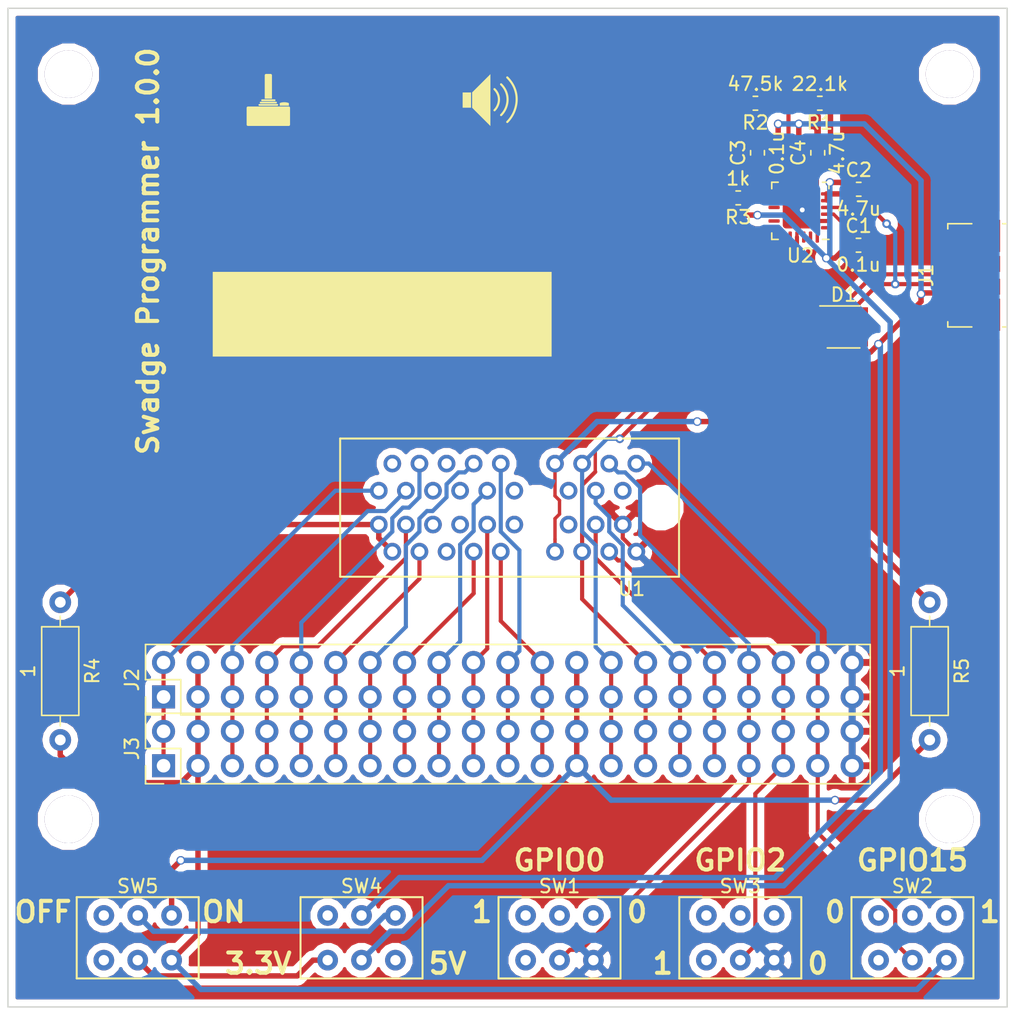
<source format=kicad_pcb>
(kicad_pcb (version 20171130) (host pcbnew "(5.0.2)-1")
  (layers (0 F.Cu signal) (31 B.Cu signal) (34 B.Paste user) (35 F.Paste user) (36 B.SilkS user) (37 F.SilkS user) (38 B.Mask user) (39 F.Mask user) (44 Edge.Cuts user))
  (net 0 "")
  (net 1 GPIO0)
  (net 2 GND)
  (net 3 GPIO2)
  (net 4 GPIO15)
  (net 5 +3V3)
  (net 6 MOSI)
  (net 7 CS0)
  (net 8 SW5)
  (net 9 ADC_PIN)
  (net 10 AUD_PWR)
  (net 11 SW3)
  (net 12 SCLK)
  (net 13 SW2)
  (net 14 MISO)
  (net 15 REST)
  (net 16 SW4)
  (net 17 +5V)
  (net 18 TX)
  (net 19 SCL)
  (net 20 RX)
  (net 21 SDA)
  (net 22 "Net-(D1-Pad3)")
  (net 23 "Net-(D1-Pad4)")
  (net 24 "Net-(R1-Pad2)")
  (net 25 "Net-(R3-Pad1)")
  (net 26 3.3V)
  (net 27 5V)
  (net 28 "Net-(SW4-Pad1)")
  (net 29 "Net-(SW4-Pad6)")
  (net 30 "Net-(R4-Pad1)")
  (net 31 "Net-(R5-Pad1)")
  (module Swadge_Parts:C_0603_1608Metric (layer F.Cu) (at 171.283305 67.629997)
    (fp_text reference C1 (at 0 -1.43) (layer F.SilkS))
    (fp_text value 0.1u (at 0 1.43) (layer F.SilkS))
    (pad 1 smd roundrect (at -0.7875 0) (size 0.875 0.95) (layers F.Cu F.Paste F.Mask) (net 5 +3V3))
    (pad 2 smd roundrect (at 0.7875 0) (size 0.875 0.95) (layers F.Cu F.Paste F.Mask) (net 2 GND))
  )
  (module Swadge_Parts:C_0603_1608Metric (layer F.Cu) (at 171.2975 63.5)
    (fp_text reference C2 (at 0 -1.43) (layer F.SilkS))
    (fp_text value 4.7u (at 0 1.43) (layer F.SilkS))
    (pad 1 smd roundrect (at -0.7875 0) (size 0.875 0.95) (layers F.Cu F.Paste F.Mask) (net 5 +3V3))
    (pad 2 smd roundrect (at 0.7875 0) (size 0.875 0.95) (layers F.Cu F.Paste F.Mask) (net 2 GND))
  )
  (module Swadge_Parts:C_0603_1608Metric (layer F.Cu) (at 163.83 60.8075 90)
    (fp_text reference C3 (at 0 -1.43 90) (layer F.SilkS))
    (fp_text value 0.1u (at 0 1.43 90) (layer F.SilkS))
    (pad 1 smd roundrect (at -0.7875 0 90) (size 0.875 0.95) (layers F.Cu F.Paste F.Mask) (net 17 +5V))
    (pad 2 smd roundrect (at 0.7875 0 90) (size 0.875 0.95) (layers F.Cu F.Paste F.Mask) (net 2 GND))
  )
  (module Swadge_Parts:C_0603_1608Metric (layer F.Cu) (at 168.275 60.8075 90)
    (fp_text reference C4 (at 0 -1.43 90) (layer F.SilkS))
    (fp_text value 4.7u (at 0 1.43 90) (layer F.SilkS))
    (pad 1 smd roundrect (at -0.7875 0 90) (size 0.875 0.95) (layers F.Cu F.Paste F.Mask) (net 17 +5V))
    (pad 2 smd roundrect (at 0.7875 0 90) (size 0.875 0.95) (layers F.Cu F.Paste F.Mask) (net 2 GND))
  )
  (module Swadge_Parts:USB_Micro-B_Molex_47346-0001 (layer F.Cu) (at 179.578 69.85 90)
    (fp_text reference J1 (at 0 -3.3 270) (layer F.SilkS))
    (fp_text value USB_B_Micro)
    (pad 6 smd rect (at 0.84 1.2 90) (size 1.175 1.9) (layers F.Cu F.Paste F.Mask) (net 2 GND))
    (pad 6 smd rect (at -0.84 1.2 90) (size 1.175 1.9) (layers F.Cu F.Paste F.Mask) (net 2 GND))
    (pad 6 smd rect (at 2.91 1.2 90) (size 2.375 1.9) (layers F.Cu F.Paste F.Mask) (net 2 GND))
    (pad 6 smd rect (at -2.91 1.2 90) (size 2.375 1.9) (layers F.Cu F.Paste F.Mask) (net 2 GND))
    (pad 6 smd rect (at 2.4625 -1.1 90) (size 1.475 2.1) (layers F.Cu F.Paste F.Mask) (net 2 GND))
    (pad 6 smd rect (at -2.4625 -1.1 90) (size 1.475 2.1) (layers F.Cu F.Paste F.Mask) (net 2 GND))
    (pad 5 smd rect (at 1.3 -1.46 90) (size 0.45 1.38) (layers F.Cu F.Paste F.Mask) (net 2 GND))
    (pad 4 smd rect (at 0.65 -1.46 90) (size 0.45 1.38) (layers F.Cu F.Paste F.Mask))
    (pad 3 smd rect (at 0 -1.46 90) (size 0.45 1.38) (layers F.Cu F.Paste F.Mask) (net 22 "Net-(D1-Pad3)"))
    (pad 2 smd rect (at -0.65 -1.46 90) (size 0.45 1.38) (layers F.Cu F.Paste F.Mask) (net 23 "Net-(D1-Pad4)"))
    (pad 1 smd rect (at -1.3 -1.46 90) (size 0.45 1.38) (layers F.Cu F.Paste F.Mask) (net 17 +5V))
  )
  (module Swadge_Parts:R_0603_1608Metric (layer F.Cu) (at 168.4275 57.15 180)
    (fp_text reference R1 (at 0 -1.43 180) (layer F.SilkS))
    (fp_text value 22.1k (at 0 1.43 180) (layer F.SilkS))
    (pad 1 smd roundrect (at -0.7875 0 180) (size 0.875 0.95) (layers F.Cu F.Paste F.Mask) (net 17 +5V))
    (pad 2 smd roundrect (at 0.7875 0 180) (size 0.875 0.95) (layers F.Cu F.Paste F.Mask) (net 24 "Net-(R1-Pad2)"))
  )
  (module Swadge_Parts:R_0603_1608Metric (layer F.Cu) (at 163.6775 57.15 180)
    (fp_text reference R2 (at 0 -1.43 180) (layer F.SilkS))
    (fp_text value 47.5k (at 0 1.43 180) (layer F.SilkS))
    (pad 1 smd roundrect (at -0.7875 0 180) (size 0.875 0.95) (layers F.Cu F.Paste F.Mask) (net 24 "Net-(R1-Pad2)"))
    (pad 2 smd roundrect (at 0.7875 0 180) (size 0.875 0.95) (layers F.Cu F.Paste F.Mask) (net 2 GND))
  )
  (module Swadge_Parts:R_0603_1608Metric (layer F.Cu) (at 162.4075 64.135 180)
    (fp_text reference R3 (at 0 -1.43 180) (layer F.SilkS))
    (fp_text value 1k (at 0 1.43 180) (layer F.SilkS))
    (pad 1 smd roundrect (at -0.7875 0 180) (size 0.875 0.95) (layers F.Cu F.Paste F.Mask) (net 25 "Net-(R3-Pad1)"))
    (pad 2 smd roundrect (at 0.7875 0 180) (size 0.875 0.95) (layers F.Cu F.Paste F.Mask) (net 5 +3V3))
  )
  (module Swadge_Parts:JS202011CQN (layer F.Cu) (at 134.62 118.745)
    (fp_text reference SW4 (at 0 -3.81) (layer F.SilkS))
    (fp_text value SW_DPDT_x2)
    (pad 4 thru_hole circle (at -2.5 -1.65) (size 1.524 1.524) (drill 0.762) (layers *.Cu *.Mask))
    (pad 1 thru_hole circle (at -2.5 1.65) (size 1.524 1.524) (drill 0.762) (layers *.Cu *.Mask) (net 28 "Net-(SW4-Pad1)"))
    (pad 5 thru_hole circle (at 0 -1.65) (size 1.524 1.524) (drill 0.762) (layers *.Cu *.Mask) (net 17 +5V))
    (pad 2 thru_hole circle (at 0 1.65) (size 1.524 1.524) (drill 0.762) (layers *.Cu *.Mask) (net 5 +3V3))
    (pad 6 thru_hole circle (at 2.5 -1.65) (size 1.524 1.524) (drill 0.762) (layers *.Cu *.Mask) (net 29 "Net-(SW4-Pad6)"))
    (pad 3 thru_hole circle (at 2.5 1.65) (size 1.524 1.524) (drill 0.762) (layers *.Cu *.Mask))
  )
  (module Swadge_Parts:JS202011CQN (layer F.Cu) (at 118.11 118.745 180)
    (fp_text reference SW5 (at 0 3.81 180) (layer F.SilkS))
    (fp_text value SW_DPDT_x2)
    (pad 4 thru_hole circle (at -2.5 -1.65 180) (size 1.524 1.524) (drill 0.762) (layers *.Cu *.Mask) (net 26 3.3V))
    (pad 1 thru_hole circle (at -2.5 1.65 180) (size 1.524 1.524) (drill 0.762) (layers *.Cu *.Mask) (net 27 5V))
    (pad 5 thru_hole circle (at 0 -1.65 180) (size 1.524 1.524) (drill 0.762) (layers *.Cu *.Mask) (net 28 "Net-(SW4-Pad1)"))
    (pad 2 thru_hole circle (at 0 1.65 180) (size 1.524 1.524) (drill 0.762) (layers *.Cu *.Mask) (net 29 "Net-(SW4-Pad6)"))
    (pad 6 thru_hole circle (at 2.5 -1.65 180) (size 1.524 1.524) (drill 0.762) (layers *.Cu *.Mask))
    (pad 3 thru_hole circle (at 2.5 1.65 180) (size 1.524 1.524) (drill 0.762) (layers *.Cu *.Mask))
  )
  (module Swadge_Parts:SOT-143 (layer F.Cu) (at 170.18 73.66)
    (fp_text reference D1 (at 0.02 -2.38) (layer F.SilkS))
    (fp_text value SP0503BAHT)
    (pad 4 smd rect (at 1.1 -0.95 270) (size 1 1.4) (layers F.Cu F.Paste F.Mask) (net 23 "Net-(D1-Pad4)"))
    (pad 3 smd rect (at 1.1 0.95 270) (size 1 1.4) (layers F.Cu F.Paste F.Mask) (net 22 "Net-(D1-Pad3)"))
    (pad 2 smd rect (at -1.1 0.95 270) (size 1 1.4) (layers F.Cu F.Paste F.Mask) (net 17 +5V))
    (pad 1 smd rect (at -1.1 -0.77 270) (size 1.2 1.4) (layers F.Cu F.Paste F.Mask) (net 2 GND))
  )
  (module Swadge_Parts:JS202011CQN (layer F.Cu) (at 149.225 118.745)
    (fp_text reference SW1 (at 0 -3.81) (layer F.SilkS))
    (fp_text value SW_DPDT_x2)
    (pad 4 thru_hole circle (at -2.5 -1.65) (size 1.524 1.524) (drill 0.762) (layers *.Cu *.Mask))
    (pad 1 thru_hole circle (at -2.5 1.65) (size 1.524 1.524) (drill 0.762) (layers *.Cu *.Mask))
    (pad 5 thru_hole circle (at 0 -1.65) (size 1.524 1.524) (drill 0.762) (layers *.Cu *.Mask))
    (pad 2 thru_hole circle (at 0 1.65) (size 1.524 1.524) (drill 0.762) (layers *.Cu *.Mask) (net 1 GPIO0))
    (pad 6 thru_hole circle (at 2.5 -1.65) (size 1.524 1.524) (drill 0.762) (layers *.Cu *.Mask))
    (pad 3 thru_hole circle (at 2.5 1.65) (size 1.524 1.524) (drill 0.762) (layers *.Cu *.Mask) (net 2 GND))
  )
  (module Swadge_Parts:JS202011CQN (layer F.Cu) (at 175.26 118.745)
    (fp_text reference SW2 (at 0 -3.81) (layer F.SilkS))
    (fp_text value SW_DPDT_x2)
    (pad 4 thru_hole circle (at -2.5 -1.65) (size 1.524 1.524) (drill 0.762) (layers *.Cu *.Mask))
    (pad 1 thru_hole circle (at -2.5 1.65) (size 1.524 1.524) (drill 0.762) (layers *.Cu *.Mask))
    (pad 5 thru_hole circle (at 0 -1.65) (size 1.524 1.524) (drill 0.762) (layers *.Cu *.Mask))
    (pad 2 thru_hole circle (at 0 1.65) (size 1.524 1.524) (drill 0.762) (layers *.Cu *.Mask) (net 4 GPIO15))
    (pad 6 thru_hole circle (at 2.5 -1.65) (size 1.524 1.524) (drill 0.762) (layers *.Cu *.Mask))
    (pad 3 thru_hole circle (at 2.5 1.65) (size 1.524 1.524) (drill 0.762) (layers *.Cu *.Mask) (net 26 3.3V))
  )
  (module Swadge_Parts:QFN-24-1EP_4x4mm_P0.5mm_EP2.6x2.6mm (layer F.Cu) (at 166.990805 65.089997 180)
    (fp_text reference U2 (at 0 -3.3 180) (layer F.SilkS))
    (fp_text value CP2102N-A01-GQFN24)
    (pad 24 smd roundrect (at -1.25 -1.9375 180) (size 0.25 0.825) (layers F.Cu F.Paste F.Mask))
    (pad 23 smd roundrect (at -0.75 -1.9375 180) (size 0.25 0.825) (layers F.Cu F.Paste F.Mask))
    (pad 22 smd roundrect (at -0.25 -1.9375 180) (size 0.25 0.825) (layers F.Cu F.Paste F.Mask))
    (pad 21 smd roundrect (at 0.25 -1.9375 180) (size 0.25 0.825) (layers F.Cu F.Paste F.Mask) (net 18 TX))
    (pad 20 smd roundrect (at 0.75 -1.9375 180) (size 0.25 0.825) (layers F.Cu F.Paste F.Mask) (net 20 RX))
    (pad 19 smd roundrect (at 1.25 -1.9375 180) (size 0.25 0.825) (layers F.Cu F.Paste F.Mask))
    (pad 18 smd roundrect (at 1.9375 -1.25 180) (size 0.825 0.25) (layers F.Cu F.Paste F.Mask))
    (pad 17 smd roundrect (at 1.9375 -0.75 180) (size 0.825 0.25) (layers F.Cu F.Paste F.Mask))
    (pad 16 smd roundrect (at 1.9375 -0.25 180) (size 0.825 0.25) (layers F.Cu F.Paste F.Mask))
    (pad 15 smd roundrect (at 1.9375 0.25 180) (size 0.825 0.25) (layers F.Cu F.Paste F.Mask))
    (pad 14 smd roundrect (at 1.9375 0.75 180) (size 0.825 0.25) (layers F.Cu F.Paste F.Mask))
    (pad 13 smd roundrect (at 1.9375 1.25 180) (size 0.825 0.25) (layers F.Cu F.Paste F.Mask))
    (pad 12 smd roundrect (at 1.25 1.9375 180) (size 0.25 0.825) (layers F.Cu F.Paste F.Mask))
    (pad 11 smd roundrect (at 0.75 1.9375 180) (size 0.25 0.825) (layers F.Cu F.Paste F.Mask))
    (pad 10 smd roundrect (at 0.25 1.9375 180) (size 0.25 0.825) (layers F.Cu F.Paste F.Mask))
    (pad 9 smd roundrect (at -0.25 1.9375 180) (size 0.25 0.825) (layers F.Cu F.Paste F.Mask) (net 25 "Net-(R3-Pad1)"))
    (pad 8 smd roundrect (at -0.75 1.9375 180) (size 0.25 0.825) (layers F.Cu F.Paste F.Mask) (net 24 "Net-(R1-Pad2)"))
    (pad 7 smd roundrect (at -1.25 1.9375 180) (size 0.25 0.825) (layers F.Cu F.Paste F.Mask) (net 17 +5V))
    (pad 6 smd roundrect (at -1.9375 1.25 180) (size 0.825 0.25) (layers F.Cu F.Paste F.Mask) (net 5 +3V3))
    (pad 5 smd roundrect (at -1.9375 0.75 180) (size 0.825 0.25) (layers F.Cu F.Paste F.Mask) (net 5 +3V3))
    (pad 4 smd roundrect (at -1.9375 0.25 180) (size 0.825 0.25) (layers F.Cu F.Paste F.Mask) (net 23 "Net-(D1-Pad4)"))
    (pad 3 smd roundrect (at -1.9375 -0.25 180) (size 0.825 0.25) (layers F.Cu F.Paste F.Mask) (net 22 "Net-(D1-Pad3)"))
    (pad 2 smd roundrect (at -1.9375 -0.75 180) (size 0.825 0.25) (layers F.Cu F.Paste F.Mask) (net 2 GND))
    (pad 1 smd roundrect (at -1.9375 -1.25 180) (size 0.825 0.25) (layers F.Cu F.Paste F.Mask))
    (pad 25 smd roundrect (at 0 0 180) (size 2.6 2.6) (layers F.Cu F.Mask) (roundrect_rratio 0.096154) (net 2 GND))
  )
  (module Swadge_Parts:JS202011CQN (layer F.Cu) (at 162.56 118.745)
    (fp_text reference SW3 (at 0 -3.81) (layer F.SilkS))
    (fp_text value SW_DPDT_x2)
    (pad 4 thru_hole circle (at -2.5 -1.65) (size 1.524 1.524) (drill 0.762) (layers *.Cu *.Mask))
    (pad 1 thru_hole circle (at -2.5 1.65) (size 1.524 1.524) (drill 0.762) (layers *.Cu *.Mask))
    (pad 5 thru_hole circle (at 0 -1.65) (size 1.524 1.524) (drill 0.762) (layers *.Cu *.Mask))
    (pad 2 thru_hole circle (at 0 1.65) (size 1.524 1.524) (drill 0.762) (layers *.Cu *.Mask) (net 3 GPIO2))
    (pad 6 thru_hole circle (at 2.5 -1.65) (size 1.524 1.524) (drill 0.762) (layers *.Cu *.Mask))
    (pad 3 thru_hole circle (at 2.5 1.65) (size 1.524 1.524) (drill 0.762) (layers *.Cu *.Mask) (net 2 GND))
  )
  (module Swadge_Parts:PinHeader_2x21_P2.54mm_Vertical (layer F.Cu) (at 120.015 100.965 90)
    (fp_text reference J2 (at 1.27 -2.33 90) (layer F.SilkS))
    (fp_text value Conn_02x21_Top_Bottom)
    (pad 42 thru_hole oval (at 2.54 50.8 90) (size 1.7 1.7) (drill 1) (layers *.Cu *.Mask) (net 2 GND))
    (pad 41 thru_hole oval (at 0 50.8 90) (size 1.7 1.7) (drill 1) (layers *.Cu *.Mask) (net 2 GND))
    (pad 40 thru_hole oval (at 2.54 48.26 90) (size 1.7 1.7) (drill 1) (layers *.Cu *.Mask) (net 4 GPIO15))
    (pad 39 thru_hole oval (at 0 48.26 90) (size 1.7 1.7) (drill 1) (layers *.Cu *.Mask) (net 4 GPIO15))
    (pad 38 thru_hole oval (at 2.54 45.72 90) (size 1.7 1.7) (drill 1) (layers *.Cu *.Mask) (net 3 GPIO2))
    (pad 37 thru_hole oval (at 0 45.72 90) (size 1.7 1.7) (drill 1) (layers *.Cu *.Mask) (net 3 GPIO2))
    (pad 36 thru_hole oval (at 2.54 43.18 90) (size 1.7 1.7) (drill 1) (layers *.Cu *.Mask) (net 1 GPIO0))
    (pad 35 thru_hole oval (at 0 43.18 90) (size 1.7 1.7) (drill 1) (layers *.Cu *.Mask) (net 1 GPIO0))
    (pad 34 thru_hole oval (at 2.54 40.64 90) (size 1.7 1.7) (drill 1) (layers *.Cu *.Mask) (net 21 SDA))
    (pad 33 thru_hole oval (at 0 40.64 90) (size 1.7 1.7) (drill 1) (layers *.Cu *.Mask) (net 21 SDA))
    (pad 32 thru_hole oval (at 2.54 38.1 90) (size 1.7 1.7) (drill 1) (layers *.Cu *.Mask) (net 19 SCL))
    (pad 31 thru_hole oval (at 0 38.1 90) (size 1.7 1.7) (drill 1) (layers *.Cu *.Mask) (net 19 SCL))
    (pad 30 thru_hole oval (at 2.54 35.56 90) (size 1.7 1.7) (drill 1) (layers *.Cu *.Mask) (net 20 RX))
    (pad 29 thru_hole oval (at 0 35.56 90) (size 1.7 1.7) (drill 1) (layers *.Cu *.Mask) (net 20 RX))
    (pad 28 thru_hole oval (at 2.54 33.02 90) (size 1.7 1.7) (drill 1) (layers *.Cu *.Mask) (net 18 TX))
    (pad 27 thru_hole oval (at 0 33.02 90) (size 1.7 1.7) (drill 1) (layers *.Cu *.Mask) (net 18 TX))
    (pad 26 thru_hole oval (at 2.54 30.48 90) (size 1.7 1.7) (drill 1) (layers *.Cu *.Mask) (net 27 5V))
    (pad 25 thru_hole oval (at 0 30.48 90) (size 1.7 1.7) (drill 1) (layers *.Cu *.Mask) (net 27 5V))
    (pad 24 thru_hole oval (at 2.54 27.94 90) (size 1.7 1.7) (drill 1) (layers *.Cu *.Mask) (net 12 SCLK))
    (pad 23 thru_hole oval (at 0 27.94 90) (size 1.7 1.7) (drill 1) (layers *.Cu *.Mask) (net 12 SCLK))
    (pad 22 thru_hole oval (at 2.54 25.4 90) (size 1.7 1.7) (drill 1) (layers *.Cu *.Mask) (net 6 MOSI))
    (pad 21 thru_hole oval (at 0 25.4 90) (size 1.7 1.7) (drill 1) (layers *.Cu *.Mask) (net 6 MOSI))
    (pad 20 thru_hole oval (at 2.54 22.86 90) (size 1.7 1.7) (drill 1) (layers *.Cu *.Mask) (net 13 SW2))
    (pad 19 thru_hole oval (at 0 22.86 90) (size 1.7 1.7) (drill 1) (layers *.Cu *.Mask) (net 13 SW2))
    (pad 18 thru_hole oval (at 2.54 20.32 90) (size 1.7 1.7) (drill 1) (layers *.Cu *.Mask) (net 8 SW5))
    (pad 17 thru_hole oval (at 0 20.32 90) (size 1.7 1.7) (drill 1) (layers *.Cu *.Mask) (net 8 SW5))
    (pad 16 thru_hole oval (at 2.54 17.78 90) (size 1.7 1.7) (drill 1) (layers *.Cu *.Mask) (net 14 MISO))
    (pad 15 thru_hole oval (at 0 17.78 90) (size 1.7 1.7) (drill 1) (layers *.Cu *.Mask) (net 14 MISO))
    (pad 14 thru_hole oval (at 2.54 15.24 90) (size 1.7 1.7) (drill 1) (layers *.Cu *.Mask) (net 7 CS0))
    (pad 13 thru_hole oval (at 0 15.24 90) (size 1.7 1.7) (drill 1) (layers *.Cu *.Mask) (net 7 CS0))
    (pad 12 thru_hole oval (at 2.54 12.7 90) (size 1.7 1.7) (drill 1) (layers *.Cu *.Mask) (net 15 REST))
    (pad 11 thru_hole oval (at 0 12.7 90) (size 1.7 1.7) (drill 1) (layers *.Cu *.Mask) (net 15 REST))
    (pad 10 thru_hole oval (at 2.54 10.16 90) (size 1.7 1.7) (drill 1) (layers *.Cu *.Mask) (net 9 ADC_PIN))
    (pad 9 thru_hole oval (at 0 10.16 90) (size 1.7 1.7) (drill 1) (layers *.Cu *.Mask) (net 9 ADC_PIN))
    (pad 8 thru_hole oval (at 2.54 7.62 90) (size 1.7 1.7) (drill 1) (layers *.Cu *.Mask) (net 16 SW4))
    (pad 7 thru_hole oval (at 0 7.62 90) (size 1.7 1.7) (drill 1) (layers *.Cu *.Mask) (net 16 SW4))
    (pad 6 thru_hole oval (at 2.54 5.08 90) (size 1.7 1.7) (drill 1) (layers *.Cu *.Mask) (net 10 AUD_PWR))
    (pad 5 thru_hole oval (at 0 5.08 90) (size 1.7 1.7) (drill 1) (layers *.Cu *.Mask) (net 10 AUD_PWR))
    (pad 4 thru_hole oval (at 2.54 2.54 90) (size 1.7 1.7) (drill 1) (layers *.Cu *.Mask) (net 26 3.3V))
    (pad 3 thru_hole oval (at 0 2.54 90) (size 1.7 1.7) (drill 1) (layers *.Cu *.Mask) (net 26 3.3V))
    (pad 2 thru_hole oval (at 2.54 0 90) (size 1.7 1.7) (drill 1) (layers *.Cu *.Mask) (net 11 SW3))
    (pad 1 thru_hole rect (at 0 0 90) (size 1.7 1.7) (drill 1) (layers *.Cu *.Mask) (net 11 SW3))
  )
  (module Swadge_Parts:PinHeader_2x21_P2.54mm_Vertical (layer F.Cu) (at 120.015 106.045 90)
    (fp_text reference J3 (at 1.27 -2.33 90) (layer F.SilkS))
    (fp_text value Conn_02x21_Top_Bottom)
    (pad 42 thru_hole oval (at 2.54 50.8 90) (size 1.7 1.7) (drill 1) (layers *.Cu *.Mask) (net 2 GND))
    (pad 41 thru_hole oval (at 0 50.8 90) (size 1.7 1.7) (drill 1) (layers *.Cu *.Mask) (net 2 GND))
    (pad 40 thru_hole oval (at 2.54 48.26 90) (size 1.7 1.7) (drill 1) (layers *.Cu *.Mask) (net 4 GPIO15))
    (pad 39 thru_hole oval (at 0 48.26 90) (size 1.7 1.7) (drill 1) (layers *.Cu *.Mask) (net 4 GPIO15))
    (pad 38 thru_hole oval (at 2.54 45.72 90) (size 1.7 1.7) (drill 1) (layers *.Cu *.Mask) (net 3 GPIO2))
    (pad 37 thru_hole oval (at 0 45.72 90) (size 1.7 1.7) (drill 1) (layers *.Cu *.Mask) (net 3 GPIO2))
    (pad 36 thru_hole oval (at 2.54 43.18 90) (size 1.7 1.7) (drill 1) (layers *.Cu *.Mask) (net 1 GPIO0))
    (pad 35 thru_hole oval (at 0 43.18 90) (size 1.7 1.7) (drill 1) (layers *.Cu *.Mask) (net 1 GPIO0))
    (pad 34 thru_hole oval (at 2.54 40.64 90) (size 1.7 1.7) (drill 1) (layers *.Cu *.Mask) (net 21 SDA))
    (pad 33 thru_hole oval (at 0 40.64 90) (size 1.7 1.7) (drill 1) (layers *.Cu *.Mask) (net 21 SDA))
    (pad 32 thru_hole oval (at 2.54 38.1 90) (size 1.7 1.7) (drill 1) (layers *.Cu *.Mask) (net 19 SCL))
    (pad 31 thru_hole oval (at 0 38.1 90) (size 1.7 1.7) (drill 1) (layers *.Cu *.Mask) (net 19 SCL))
    (pad 30 thru_hole oval (at 2.54 35.56 90) (size 1.7 1.7) (drill 1) (layers *.Cu *.Mask) (net 20 RX))
    (pad 29 thru_hole oval (at 0 35.56 90) (size 1.7 1.7) (drill 1) (layers *.Cu *.Mask) (net 20 RX))
    (pad 28 thru_hole oval (at 2.54 33.02 90) (size 1.7 1.7) (drill 1) (layers *.Cu *.Mask) (net 18 TX))
    (pad 27 thru_hole oval (at 0 33.02 90) (size 1.7 1.7) (drill 1) (layers *.Cu *.Mask) (net 18 TX))
    (pad 26 thru_hole oval (at 2.54 30.48 90) (size 1.7 1.7) (drill 1) (layers *.Cu *.Mask) (net 27 5V))
    (pad 25 thru_hole oval (at 0 30.48 90) (size 1.7 1.7) (drill 1) (layers *.Cu *.Mask) (net 27 5V))
    (pad 24 thru_hole oval (at 2.54 27.94 90) (size 1.7 1.7) (drill 1) (layers *.Cu *.Mask) (net 12 SCLK))
    (pad 23 thru_hole oval (at 0 27.94 90) (size 1.7 1.7) (drill 1) (layers *.Cu *.Mask) (net 12 SCLK))
    (pad 22 thru_hole oval (at 2.54 25.4 90) (size 1.7 1.7) (drill 1) (layers *.Cu *.Mask) (net 6 MOSI))
    (pad 21 thru_hole oval (at 0 25.4 90) (size 1.7 1.7) (drill 1) (layers *.Cu *.Mask) (net 6 MOSI))
    (pad 20 thru_hole oval (at 2.54 22.86 90) (size 1.7 1.7) (drill 1) (layers *.Cu *.Mask) (net 13 SW2))
    (pad 19 thru_hole oval (at 0 22.86 90) (size 1.7 1.7) (drill 1) (layers *.Cu *.Mask) (net 13 SW2))
    (pad 18 thru_hole oval (at 2.54 20.32 90) (size 1.7 1.7) (drill 1) (layers *.Cu *.Mask) (net 8 SW5))
    (pad 17 thru_hole oval (at 0 20.32 90) (size 1.7 1.7) (drill 1) (layers *.Cu *.Mask) (net 8 SW5))
    (pad 16 thru_hole oval (at 2.54 17.78 90) (size 1.7 1.7) (drill 1) (layers *.Cu *.Mask) (net 14 MISO))
    (pad 15 thru_hole oval (at 0 17.78 90) (size 1.7 1.7) (drill 1) (layers *.Cu *.Mask) (net 14 MISO))
    (pad 14 thru_hole oval (at 2.54 15.24 90) (size 1.7 1.7) (drill 1) (layers *.Cu *.Mask) (net 7 CS0))
    (pad 13 thru_hole oval (at 0 15.24 90) (size 1.7 1.7) (drill 1) (layers *.Cu *.Mask) (net 7 CS0))
    (pad 12 thru_hole oval (at 2.54 12.7 90) (size 1.7 1.7) (drill 1) (layers *.Cu *.Mask) (net 15 REST))
    (pad 11 thru_hole oval (at 0 12.7 90) (size 1.7 1.7) (drill 1) (layers *.Cu *.Mask) (net 15 REST))
    (pad 10 thru_hole oval (at 2.54 10.16 90) (size 1.7 1.7) (drill 1) (layers *.Cu *.Mask) (net 9 ADC_PIN))
    (pad 9 thru_hole oval (at 0 10.16 90) (size 1.7 1.7) (drill 1) (layers *.Cu *.Mask) (net 9 ADC_PIN))
    (pad 8 thru_hole oval (at 2.54 7.62 90) (size 1.7 1.7) (drill 1) (layers *.Cu *.Mask) (net 16 SW4))
    (pad 7 thru_hole oval (at 0 7.62 90) (size 1.7 1.7) (drill 1) (layers *.Cu *.Mask) (net 16 SW4))
    (pad 6 thru_hole oval (at 2.54 5.08 90) (size 1.7 1.7) (drill 1) (layers *.Cu *.Mask) (net 10 AUD_PWR))
    (pad 5 thru_hole oval (at 0 5.08 90) (size 1.7 1.7) (drill 1) (layers *.Cu *.Mask) (net 10 AUD_PWR))
    (pad 4 thru_hole oval (at 2.54 2.54 90) (size 1.7 1.7) (drill 1) (layers *.Cu *.Mask) (net 26 3.3V))
    (pad 3 thru_hole oval (at 0 2.54 90) (size 1.7 1.7) (drill 1) (layers *.Cu *.Mask) (net 26 3.3V))
    (pad 2 thru_hole oval (at 2.54 0 90) (size 1.7 1.7) (drill 1) (layers *.Cu *.Mask) (net 11 SW3))
    (pad 1 thru_hole rect (at 0 0 90) (size 1.7 1.7) (drill 1) (layers *.Cu *.Mask) (net 11 SW3))
  )
  (module Swadge_Parts:Hole (layer F.Cu) (at 113 55)
    (fp_text reference H1)
    (fp_text value Hole)
    (pad 1 thru_hole circle (at 0 0) (size 3.51 3.51) (drill 3.51) (layers *.Cu *.Mask))
  )
  (module Swadge_Parts:Hole (layer F.Cu) (at 113 110)
    (fp_text reference H2)
    (fp_text value Hole)
    (pad 1 thru_hole circle (at 0 0) (size 3.51 3.51) (drill 3.51) (layers *.Cu *.Mask))
  )
  (module Swadge_Parts:Hole (layer F.Cu) (at 178 55)
    (fp_text reference H3)
    (fp_text value Hole)
    (pad 1 thru_hole circle (at 0 0) (size 3.51 3.51) (drill 3.51) (layers *.Cu *.Mask))
  )
  (module Swadge_Parts:Hole (layer F.Cu) (at 178 110)
    (fp_text reference H4)
    (fp_text value Hole)
    (pad 1 thru_hole circle (at 0 0) (size 3.51 3.51) (drill 3.51) (layers *.Cu *.Mask))
  )
  (module Swadge_Parts:10018784-10210TLF (layer F.Cu) (at 147.5423 86.995)
    (fp_text reference U1 (at 7 6) (layer F.SilkS))
    (fp_text value BUS_PCIexpress)
    (pad "" np_thru_hole circle (at 9.15 0) (size 2.35 2.35) (drill 2.35) (layers *.Cu *.Mask))
    (pad "" np_thru_hole circle (at 0 0) (size 2.35 2.35) (drill 2.35) (layers *.Cu *.Mask))
    (pad B18 thru_hole circle (at 7.35 3.25) (size 1.3 1.3) (drill 0.762) (layers *.Cu *.Mask) (net 2 GND))
    (pad B17 thru_hole circle (at 6.35 1.25) (size 1.3 1.3) (drill 0.762) (layers *.Cu *.Mask) (net 2 GND))
    (pad B16 thru_hole circle (at 5.35 3.25) (size 1.3 1.3) (drill 0.762) (layers *.Cu *.Mask) (net 3 GPIO2))
    (pad B15 thru_hole circle (at 4.35 1.25) (size 1.3 1.3) (drill 0.762) (layers *.Cu *.Mask) (net 21 SDA))
    (pad B14 thru_hole circle (at 3.35 3.25) (size 1.3 1.3) (drill 0.762) (layers *.Cu *.Mask) (net 20 RX))
    (pad B13 thru_hole circle (at 2.35 1.25) (size 1.3 1.3) (drill 0.762) (layers *.Cu *.Mask))
    (pad B12 thru_hole circle (at 1.35 3.25) (size 1.3 1.3) (drill 0.762) (layers *.Cu *.Mask) (net 31 "Net-(R5-Pad1)"))
    (pad A17 thru_hole circle (at 6.35 -1.25) (size 1.3 1.3) (drill 0.762) (layers *.Cu *.Mask))
    (pad A16 thru_hole circle (at 5.35 -3.25) (size 1.3 1.3) (drill 0.762) (layers *.Cu *.Mask) (net 1 GPIO0))
    (pad A18 thru_hole circle (at 7.35 -3.25) (size 1.3 1.3) (drill 0.762) (layers *.Cu *.Mask) (net 4 GPIO15))
    (pad A15 thru_hole circle (at 4.35 -1.25) (size 1.3 1.3) (drill 0.762) (layers *.Cu *.Mask) (net 19 SCL))
    (pad A14 thru_hole circle (at 3.35 -3.25) (size 1.3 1.3) (drill 0.762) (layers *.Cu *.Mask) (net 18 TX))
    (pad A13 thru_hole circle (at 2.35 -1.25) (size 1.3 1.3) (drill 0.762) (layers *.Cu *.Mask))
    (pad A12 thru_hole circle (at 1.35 -3.25) (size 1.3 1.3) (drill 0.762) (layers *.Cu *.Mask) (net 31 "Net-(R5-Pad1)"))
    (pad B2 thru_hole circle (at -10.65 3.25) (size 1.3 1.3) (drill 0.762) (layers *.Cu *.Mask) (net 30 "Net-(R4-Pad1)"))
    (pad B1 thru_hole circle (at -11.65 1.25) (size 1.3 1.3) (drill 0.762) (layers *.Cu *.Mask) (net 30 "Net-(R4-Pad1)"))
    (pad B3 thru_hole circle (at -9.65 1.25) (size 1.3 1.3) (drill 0.762) (layers *.Cu *.Mask) (net 16 SW4))
    (pad B6 thru_hole circle (at -6.65 3.25) (size 1.3 1.3) (drill 0.762) (layers *.Cu *.Mask))
    (pad B7 thru_hole circle (at -5.65 1.25) (size 1.3 1.3) (drill 0.762) (layers *.Cu *.Mask))
    (pad B5 thru_hole circle (at -7.65 1.25) (size 1.3 1.3) (drill 0.762) (layers *.Cu *.Mask))
    (pad B4 thru_hole circle (at -8.65 3.25) (size 1.3 1.3) (drill 0.762) (layers *.Cu *.Mask) (net 15 REST))
    (pad B8 thru_hole circle (at -4.65 3.25) (size 1.3 1.3) (drill 0.762) (layers *.Cu *.Mask) (net 14 MISO))
    (pad B9 thru_hole circle (at -3.65 1.25) (size 1.3 1.3) (drill 0.762) (layers *.Cu *.Mask) (net 13 SW2))
    (pad B10 thru_hole circle (at -2.65 3.25) (size 1.3 1.3) (drill 0.762) (layers *.Cu *.Mask) (net 12 SCLK))
    (pad B11 thru_hole circle (at -1.65 1.25) (size 1.3 1.3) (drill 0.762) (layers *.Cu *.Mask))
    (pad A1 thru_hole circle (at -11.65 -1.25) (size 1.3 1.3) (drill 0.762) (layers *.Cu *.Mask) (net 11 SW3))
    (pad A3 thru_hole circle (at -9.65 -1.25) (size 1.3 1.3) (drill 0.762) (layers *.Cu *.Mask) (net 10 AUD_PWR))
    (pad A2 thru_hole circle (at -10.65 -3.25) (size 1.3 1.3) (drill 0.762) (layers *.Cu *.Mask))
    (pad A4 thru_hole circle (at -8.65 -3.25) (size 1.3 1.3) (drill 0.762) (layers *.Cu *.Mask) (net 9 ADC_PIN))
    (pad A5 thru_hole circle (at -7.65 -1.25) (size 1.3 1.3) (drill 0.762) (layers *.Cu *.Mask))
    (pad A7 thru_hole circle (at -5.65 -1.25) (size 1.3 1.3) (drill 0.762) (layers *.Cu *.Mask))
    (pad A6 thru_hole circle (at -6.65 -3.25) (size 1.3 1.3) (drill 0.762) (layers *.Cu *.Mask))
    (pad A9 thru_hole circle (at -3.65 -1.25) (size 1.3 1.3) (drill 0.762) (layers *.Cu *.Mask) (net 8 SW5))
    (pad A8 thru_hole circle (at -4.65 -3.25) (size 1.3 1.3) (drill 0.762) (layers *.Cu *.Mask) (net 7 CS0))
    (pad A10 thru_hole circle (at -2.65 -3.25) (size 1.3 1.3) (drill 0.762) (layers *.Cu *.Mask) (net 6 MOSI))
    (pad A11 thru_hole circle (at -1.65 -1.25) (size 1.3 1.3) (drill 0.762) (layers *.Cu *.Mask))
  )
  (module Swadge_Parts:R_Axial_DIN0207_L6.3mm_D2.5mm_P10.16mm_Horizontal (layer F.Cu) (at 112.395 93.98 270)
    (fp_text reference R4 (at 5.08 -2.37 270) (layer F.SilkS))
    (fp_text value 1 (at 5.08 2.37 270) (layer F.SilkS))
    (pad 1 thru_hole circle (at 0 0 270) (size 1.6 1.6) (drill 0.8) (layers *.Cu *.Mask) (net 30 "Net-(R4-Pad1)"))
    (pad 2 thru_hole oval (at 10.16 0 270) (size 1.6 1.6) (drill 0.8) (layers *.Cu *.Mask) (net 26 3.3V))
  )
  (module Swadge_Parts:R_Axial_DIN0207_L6.3mm_D2.5mm_P10.16mm_Horizontal (layer F.Cu) (at 176.53 93.98 270)
    (fp_text reference R5 (at 5.08 -2.37 270) (layer F.SilkS))
    (fp_text value 1 (at 5.08 2.37 270) (layer F.SilkS))
    (pad 2 thru_hole oval (at 10.16 0 270) (size 1.6 1.6) (drill 0.8) (layers *.Cu *.Mask) (net 27 5V))
    (pad 1 thru_hole circle (at 0 0 270) (size 1.6 1.6) (drill 0.8) (layers *.Cu *.Mask) (net 31 "Net-(R5-Pad1)"))
  )
  (module Swadge_Parts:MAGFEST_logo_centered_final (layer F.Cu) (at 136.144 56.896)
    (fp_text reference svg2mod hide)
    (fp_text value G*** hide)
    (fp_poly (pts (xy 5.558629 -0.059199) (xy 5.558629 -0.056783) (xy 5.558629 -0.049763) (xy 5.558629 -0.038484) (xy 5.558629 -0.02329) (xy 5.558629 -0.004526) (xy 5.558629 0.017466) (xy 5.558629 0.042339) (xy 5.558629 0.069751) (xy 5.558629 0.099357) (xy 5.558629 0.130813) (xy 5.558629 0.163774) (xy 5.558629 0.197897) (xy 5.558629 0.232837) (xy 5.558629 0.26825) (xy 5.558629 0.303792) (xy 5.558629 0.339118) (xy 5.558629 0.373885) (xy 5.558629 0.407749) (xy 5.558629 0.440364) (xy 5.558629 0.471387) (xy 5.558629 0.500475) (xy 5.558629 0.527281) (xy 5.558629 0.551463) (xy 5.558629 0.572676) (xy 5.540707 0.572676) (xy 5.520916 0.572676) (xy 5.499398 0.572676) (xy 5.476298 0.572676) (xy 5.45176 0.572676) (xy 5.425928 0.572676) (xy 5.398944 0.572676) (xy 5.370954 0.572676) (xy 5.3421 0.572676) (xy 5.312527 0.572676) (xy 5.282378 0.572676) (xy 5.251797 0.572676) (xy 5.220928 0.572676) (xy 5.189915 0.572676) (xy 5.158901 0.572676) (xy 5.12803 0.572676) (xy 5.097446 0.572676) (xy 5.067293 0.572676) (xy 5.037714 0.572676) (xy 5.008854 0.572676) (xy 4.980856 0.572676) (xy 4.953863 0.572676) (xy 4.92802 0.572676) (xy 4.903471 0.572676) (xy 4.880359 0.572676) (xy 4.858827 0.572676) (xy 4.839021 0.572676) (xy 4.821083 0.572676) (xy 4.821094 0.564302) (xy 4.821108 0.554456) (xy 4.821123 0.543174) (xy 4.821141 0.530496) (xy 4.82116 0.516459) (xy 4.821181 0.501101) (xy 4.821205 0.484462) (xy 4.821229 0.466578) (xy 4.821256 0.447488) (xy 4.821284 0.42723) (xy 4.821314 0.405842) (xy 4.821345 0.383363) (xy 4.821378 0.35983) (xy 4.821413 0.335282) (xy 4.821448 0.309757) (xy 4.821485 0.283292) (xy 4.821524 0.255927) (xy 4.821563 0.227699) (xy 4.821604 0.198646) (xy 4.821646 0.168807) (xy 4.821689 0.13822) (xy 4.821732 0.106922) (xy 4.821777 0.074952) (xy 4.821823 0.042348) (xy 4.82187 0.009149) (xy 4.821917 -0.024608) (xy 4.821965 -0.058885) (xy 4.822014 -0.093643) (xy 4.822063 -0.128844) (xy 4.822113 -0.16445) (xy 4.822164 -0.200423) (xy 4.822215 -0.236725) (xy 4.822266 -0.273318) (xy 4.822318 -0.310163) (xy 4.82237 -0.347223) (xy 4.822422 -0.384458) (xy 4.822475 -0.421832) (xy 4.822527 -0.459306) (xy 4.82258 -0.496842) (xy 4.822633 -0.534401) (xy 4.822685 -0.571946) (xy 4.822738 -0.609438) (xy 4.822791 -0.646839) (xy 4.822843 -0.684111) (xy 4.822895 -0.721217) (xy 4.822947 -0.758117) (xy 4.822999 -0.794774) (xy 4.82305 -0.831149) (xy 4.8231 -0.867205) (xy 4.823151 -0.902903) (xy 4.8232 -0.938205) (xy 4.823249 -0.973073) (xy 4.823298 -1.007469) (xy 4.823345 -1.041354) (xy 4.823392 -1.074692) (xy 4.823438 -1.107442) (xy 4.823483 -1.139568) (xy 4.823528 -1.171031) (xy 4.823571 -1.201792) (xy 4.823613 -1.231815) (xy 4.823654 -1.26106) (xy 4.823694 -1.28949) (xy 4.823733 -1.317066) (xy 4.823771 -1.343751) (xy 4.823807 -1.369506) (xy 4.823842 -1.394292) (xy 4.823875 -1.418073) (xy 4.823907 -1.440809) (xy 4.823938 -1.462462) (xy 4.823967 -1.482996) (xy 4.823994 -1.50237) (xy 4.824019 -1.520547) (xy 4.824043 -1.53749) (xy 4.824065 -1.553159) (xy 4.824086 -1.567517) (xy 4.824104 -1.580526) (xy 4.82412 -1.592147) (xy 4.824135 -1.602342) (xy 4.824147 -1.611074) (xy 4.824157 -1.618303) (xy 4.824165 -1.623992) (xy 4.824171 -1.628103) (xy 4.824174 -1.630598) (xy 4.824175 -1.631438) (xy 2.391457 -1.631438) (xy 2.391457 -1.630582) (xy 2.391457 -1.628039) (xy 2.391457 -1.62385) (xy 2.391457 -1.618053) (xy 2.391457 -1.610689) (xy 2.391457 -1.601795) (xy 2.391457 -1.591412) (xy 2.391457 -1.579578) (xy 2.391457 -1.566334) (xy 2.391457 -1.551719) (xy 2.391457 -1.535771) (xy 2.391457 -1.518531) (xy 2.391457 -1.500037) (xy 2.391457 -1.480329) (xy 2.391457 -1.459446) (xy 2.391457 -1.437428) (xy 2.391457 -1.414314) (xy 2.391457 -1.390143) (xy 2.391457 -1.364955) (xy 2.391457 -1.338789) (xy 2.391457 -1.311684) (xy 2.391457 -1.28368) (xy 2.391457 -1.254816) (xy 2.391457 -1.225132) (xy 2.391457 -1.194666) (xy 2.391457 -1.163458) (xy 2.391457 -1.131547) (xy 2.391457 -1.098973) (xy 2.391457 -1.065775) (xy 2.391457 -1.031993) (xy 2.391457 -0.997665) (xy 2.391457 -0.962832) (xy 2.391457 -0.927532) (xy 2.391457 -0.891805) (xy 2.391457 -0.855689) (xy 2.391457 -0.819226) (xy 2.391457 -0.782453) (xy 2.391457 -0.74541) (xy 2.391457 -0.708137) (xy 2.391457 -0.670673) (xy 2.391457 -0.633057) (xy 2.391457 -0.595328) (xy 2.391457 -0.557526) (xy 2.391457 -0.519691) (xy 2.391457 -0.481861) (xy 2.391457 -0.444076) (xy 2.391457 -0.406375) (xy 2.391457 -0.368798) (xy 2.391457 -0.331384) (xy 2.391457 -0.294172) (xy 2.391457 -0.257202) (xy 2.391457 -0.220512) (xy 2.391457 -0.184143) (xy 2.391457 -0.148134) (xy 2.391457 -0.112524) (xy 2.391457 -0.077352) (xy 2.391457 -0.042657) (xy 2.391457 -0.00848) (xy 2.391457 0.025141) (xy 2.391457 0.058166) (xy 2.391457 0.090557) (xy 2.391457 0.122272) (xy 2.391457 0.153274) (xy 2.391457 0.183523) (xy 2.391457 0.21298) (xy 2.391457 0.241605) (xy 2.391457 0.269358) (xy 2.391457 0.296202) (xy 2.391457 0.322095) (xy 2.391457 0.346999) (xy 2.391457 0.370875) (xy 2.391457 0.393683) (xy 2.391457 0.415384) (xy 2.391457 0.435938) (xy 2.391457 0.455306) (xy 2.391457 0.47345) (xy 2.391457 0.490328) (xy 2.391457 0.505903) (xy 2.391457 0.520135) (xy 2.391457 0.532983) (xy 2.391457 0.544411) (xy 2.391457 0.554376) (xy 2.391457 0.562842) (xy 2.382702 0.562842) (xy 2.372535 0.562842) (xy 2.360997 0.562842) (xy 2.348125 0.562842) (xy 2.333958 0.562842) (xy 2.318535 0.562842) (xy 2.301894 0.562842) (xy 2.284074 0.562842) (xy 2.265114 0.562842) (xy 2.245053 0.562842) (xy 2.223928 0.562842) (xy 2.201779 0.562842) (xy 2.178645 0.562842) (xy 2.154563 0.562842) (xy 2.129573 0.562842) (xy 2.103714 0.562842) (xy 2.077023 0.562842) (xy 2.04954 0.562842) (xy 2.021303 0.562842) (xy 1.992351 0.562842) (xy 1.962723 0.562842) (xy 1.932456 0.562842) (xy 1.901591 0.562842) (xy 1.870165 0.562842) (xy 1.838218 0.562842) (xy 1.805787 0.562842) (xy 1.772912 0.562842) (xy 1.73963 0.562842) (xy 1.705982 0.562842) (xy 1.672005 0.562842) (xy 1.637738 0.562842) (xy 1.60322 0.562842) (xy 1.56849 0.562842) (xy 1.533585 0.562842) (xy 1.498545 0.562842) (xy 1.463408 0.562842) (xy 1.428214 0.562842) (xy 1.393 0.562842) (xy 1.357806 0.562842) (xy 1.322669 0.562842) (xy 1.287629 0.562842) (xy 1.252725 0.562842) (xy 1.217994 0.562842) (xy 1.183476 0.562842) (xy 1.149209 0.562842) (xy 1.115232 0.562842) (xy 1.081584 0.562842) (xy 1.048303 0.562842) (xy 1.015427 0.562842) (xy 0.982996 0.562842) (xy 0.951049 0.562842) (xy 0.919623 0.562842) (xy 0.888758 0.562842) (xy 0.858492 0.562842) (xy 0.828863 0.562842) (xy 0.799911 0.562842) (xy 0.771674 0.562842) (xy 0.744191 0.562842) (xy 0.717501 0.562842) (xy 0.691641 0.562842) (xy 0.666651 0.562842) (xy 0.642569 0.562842) (xy 0.619435 0.562842) (xy 0.597286 0.562842) (xy 0.576161 0.562842) (xy 0.5561 0.562842) (xy 0.53714 0.562842) (xy 0.51932 0.562842) (xy 0.502679 0.562842) (xy 0.487256 0.562842) (xy 0.473089 0.562842) (xy 0.460217 0.562842) (xy 0.448679 0.562842) (xy 0.438512 0.562842) (xy 0.429757 0.562842) (xy 0.429757 0.554376) (xy 0.429757 0.544411) (xy 0.429757 0.532983) (xy 0.429757 0.520135) (xy 0.429757 0.505903) (xy 0.429757 0.490328) (xy 0.429757 0.47345) (xy 0.429757 0.455306) (xy 0.429757 0.435938) (xy 0.429757 0.415384) (xy 0.429757 0.393683) (xy 0.429757 0.370875) (xy 0.429757 0.346999) (xy 0.429757 0.322095) (xy 0.429757 0.296202) (xy 0.429757 0.269358) (xy 0.429757 0.241605) (xy 0.429757 0.21298) (xy 0.429757 0.183523) (xy 0.429757 0.153274) (xy 0.429757 0.122272) (xy 0.429757 0.090557) (xy 0.429757 0.058166) (xy 0.429757 0.025141) (xy 0.429757 -0.00848) (xy 0.429757 -0.042657) (xy 0.429757 -0.077352) (xy 0.429757 -0.112524) (xy 0.429757 -0.148134) (xy 0.429757 -0.184143) (xy 0.429757 -0.220512) (xy 0.429757 -0.257202) (xy 0.429757 -0.294172) (xy 0.429757 -0.331384) (xy 0.429757 -0.368798) (xy 0.429757 -0.406375) (xy 0.429757 -0.444076) (xy 0.429757 -0.481861) (xy 0.429757 -0.519691) (xy 0.429757 -0.557526) (xy 0.429757 -0.595328) (xy 0.429757 -0.633057) (xy 0.429757 -0.670673) (xy 0.429757 -0.708137) (xy 0.429757 -0.74541) (xy 0.429757 -0.782453) (xy 0.429757 -0.819226) (xy 0.429757 -0.855689) (xy 0.429757 -0.891805) (xy 0.429757 -0.927532) (xy 0.429757 -0.962832) (xy 0.429757 -0.997665) (xy 0.429757 -1.031993) (xy 0.429757 -1.065775) (xy 0.429757 -1.098973) (xy 0.429757 -1.131547) (xy 0.429757 -1.163458) (xy 0.429757 -1.194666) (xy 0.429757 -1.225132) (xy 0.429757 -1.254816) (xy 0.429757 -1.28368) (xy 0.429757 -1.311684) (xy 0.429757 -1.338789) (xy 0.429757 -1.364955) (xy 0.429757 -1.390143) (xy 0.429757 -1.414314) (xy 0.429757 -1.437428) (xy 0.429757 -1.459446) (xy 0.429757 -1.480329) (xy 0.429757 -1.500037) (xy 0.429757 -1.518531) (xy 0.429757 -1.535771) (xy 0.429757 -1.551719) (xy 0.429757 -1.566334) (xy 0.429757 -1.579578) (xy 0.429757 -1.591412) (xy 0.429757 -1.601795) (xy 0.429757 -1.610689) (xy 0.429757 -1.618053) (xy 0.429757 -1.62385) (xy 0.429757 -1.628039) (xy 0.429757 -1.630582) (xy 0.429757 -1.631438) (xy -2.002837 -1.631438) (xy -2.002837 -1.630582) (xy -2.002837 -1.628039) (xy -2.002837 -1.62385) (xy -2.002837 -1.618053) (xy -2.002837 -1.610689) (xy -2.002837 -1.601795) (xy -2.002837 -1.591412) (xy -2.002837 -1.579578) (xy -2.002837 -1.566334) (xy -2.002837 -1.551719) (xy -2.002837 -1.535771) (xy -2.002837 -1.518531) (xy -2.002837 -1.500037) (xy -2.002837 -1.480329) (xy -2.002837 -1.459446) (xy -2.002837 -1.437428) (xy -2.002837 -1.414314) (xy -2.002837 -1.390143) (xy -2.002837 -1.364955) (xy -2.002837 -1.338789) (xy -2.002837 -1.311684) (xy -2.002837 -1.28368) (xy -2.002837 -1.254816) (xy -2.002837 -1.225132) (xy -2.002837 -1.194666) (xy -2.002837 -1.163458) (xy -2.002837 -1.131547) (xy -2.002837 -1.098973) (xy -2.002837 -1.065775) (xy -2.002837 -1.031993) (xy -2.002837 -0.997665) (xy -2.002837 -0.962832) (xy -2.002837 -0.927532) (xy -2.002837 -0.891805) (xy -2.002837 -0.855689) (xy -2.002837 -0.819226) (xy -2.002837 -0.782453) (xy -2.002837 -0.74541) (xy -2.002837 -0.708137) (xy -2.002837 -0.670673) (xy -2.002837 -0.633057) (xy -2.002837 -0.595328) (xy -2.002837 -0.557526) (xy -2.002837 -0.519691) (xy -2.002837 -0.481861) (xy -2.002837 -0.444076) (xy -2.002837 -0.406375) (xy -2.002837 -0.368798) (xy -2.002837 -0.331384) (xy -2.002837 -0.294172) (xy -2.002837 -0.257202) (xy -2.002837 -0.220512) (xy -2.002837 -0.184143) (xy -2.002837 -0.148134) (xy -2.002837 -0.112524) (xy -2.002837 -0.077352) (xy -2.002837 -0.042657) (xy -2.002837 -0.00848) (xy -2.002837 0.025141) (xy -2.002837 0.058166) (xy -2.002837 0.090557) (xy -2.002837 0.122272) (xy -2.002837 0.153274) (xy -2.002837 0.183523) (xy -2.002837 0.21298) (xy -2.002837 0.241605) (xy -2.002837 0.269358) (xy -2.002837 0.296202) (xy -2.002837 0.322095) (xy -2.002837 0.346999) (xy -2.002837 0.370875) (xy -2.002837 0.393683) (xy -2.002837 0.415384) (xy -2.002837 0.435938) (xy -2.002837 0.455306) (xy -2.002837 0.47345) (xy -2.002837 0.490328) (xy -2.002837 0.505903) (xy -2.002837 0.520135) (xy -2.002837 0.532983) (xy -2.002837 0.544411) (xy -2.002837 0.554376) (xy -2.002837 0.562842) (xy -2.011592 0.562842) (xy -2.021758 0.562842) (xy -2.033297 0.562842) (xy -2.046169 0.562842) (xy -2.060336 0.562842) (xy -2.075759 0.562842) (xy -2.0924 0.562842) (xy -2.11022 0.562842) (xy -2.12918 0.562842) (xy -2.149241 0.562842) (xy -2.170366 0.562842) (xy -2.192515 0.562842) (xy -2.21565 0.562842) (xy -2.239731 0.562842) (xy -2.264721 0.562842) (xy -2.290581 0.562842) (xy -2.317272 0.562842) (xy -2.344755 0.562842) (xy -2.372992 0.562842) (xy -2.401944 0.562842) (xy -2.431573 0.562842) (xy -2.461839 0.562842) (xy -2.492705 0.562842) (xy -2.524131 0.562842) (xy -2.556079 0.562842) (xy -2.58851 0.562842) (xy -2.621385 0.562842) (xy -2.654667 0.562842) (xy -2.688316 0.562842) (xy -2.722293 0.562842) (xy -2.75656 0.562842) (xy -2.791079 0.562842) (xy -2.82581 0.562842) (xy -2.860715 0.562842) (xy -2.895755 0.562842) (xy -2.930892 0.562842) (xy -2.966088 0.562842) (xy -3.001302 0.562842) (xy -3.036497 0.562842) (xy -3.071634 0.562842) (xy -3.106675 0.562842) (xy -3.14158 0.562842) (xy -3.176312 0.562842) (xy -3.210831 0.562842) (xy -3.245099 0.562842) (xy -3.279076 0.562842) (xy -3.312726 0.562842) (xy -3.346008 0.562842) (xy -3.378884 0.562842) (xy -3.411316 0.562842) (xy -3.443265 0.562842) (xy -3.474692 0.562842) (xy -3.505558 0.562842) (xy -3.535826 0.562842) (xy -3.565455 0.562842) (xy -3.594409 0.562842) (xy -3.622647 0.562842) (xy -3.650132 0.562842) (xy -3.676824 0.562842) (xy -3.702685 0.562842) (xy -3.727677 0.562842) (xy -3.75176 0.562842) (xy -3.774896 0.562842) (xy -3.797047 0.562842) (xy -3.818173 0.562842) (xy -3.838237 0.562842) (xy -3.857199 0.562842) (xy -3.875021 0.562842) (xy -3.891664 0.562842) (xy -3.907089 0.562842) (xy -3.921258 0.562842) (xy -3.934132 0.562842) (xy -3.945673 0.562842) (xy -3.955842 0.562842) (xy -3.9646 0.562842) (xy -3.9646 0.554376) (xy -3.9646 0.544411) (xy -3.9646 0.532983) (xy -3.9646 0.520135) (xy -3.9646 0.505903) (xy -3.9646 0.490328) (xy -3.9646 0.47345) (xy -3.9646 0.455306) (xy -3.9646 0.435938) (xy -3.9646 0.415384) (xy -3.9646 0.393683) (xy -3.9646 0.370875) (xy -3.9646 0.346999) (xy -3.9646 0.322095) (xy -3.9646 0.296202) (xy -3.9646 0.269358) (xy -3.9646 0.241605) (xy -3.9646 0.21298) (xy -3.9646 0.183523) (xy -3.9646 0.153274) (xy -3.9646 0.122272) (xy -3.9646 0.090557) (xy -3.9646 0.058166) (xy -3.9646 0.025141) (xy -3.9646 -0.00848) (xy -3.9646 -0.042657) (xy -3.9646 -0.077352) (xy -3.9646 -0.112524) (xy -3.9646 -0.148134) (xy -3.9646 -0.184143) (xy -3.9646 -0.220512) (xy -3.9646 -0.257202) (xy -3.9646 -0.294172) (xy -3.9646 -0.331384) (xy -3.9646 -0.368798) (xy -3.9646 -0.406375) (xy -3.9646 -0.444076) (xy -3.9646 -0.481861) (xy -3.9646 -0.519691) (xy -3.9646 -0.557526) (xy -3.9646 -0.595328) (xy -3.9646 -0.633057) (xy -3.9646 -0.670673) (xy -3.9646 -0.708137) (xy -3.9646 -0.74541) (xy -3.9646 -0.782453) (xy -3.9646 -0.819226) (xy -3.9646 -0.855689) (xy -3.9646 -0.891805) (xy -3.9646 -0.927532) (xy -3.9646 -0.962832) (xy -3.9646 -0.997665) (xy -3.9646 -1.031993) (xy -3.9646 -1.065775) (xy -3.9646 -1.098973) (xy -3.9646 -1.131547) (xy -3.9646 -1.163458) (xy -3.9646 -1.194666) (xy -3.9646 -1.225132) (xy -3.9646 -1.254816) (xy -3.9646 -1.28368) (xy -3.9646 -1.311684) (xy -3.9646 -1.338789) (xy -3.9646 -1.364955) (xy -3.9646 -1.390143) (xy -3.9646 -1.414314) (xy -3.9646 -1.437428) (xy -3.9646 -1.459446) (xy -3.9646 -1.480329) (xy -3.9646 -1.500037) (xy -3.9646 -1.518531) (xy -3.9646 -1.535771) (xy -3.9646 -1.551719) (xy -3.9646 -1.566334) (xy -3.9646 -1.579578) (xy -3.9646 -1.591412) (xy -3.9646 -1.601795) (xy -3.9646 -1.610689) (xy -3.9646 -1.618053) (xy -3.9646 -1.62385) (xy -3.9646 -1.628039) (xy -3.9646 -1.630582) (xy -3.9646 -1.631438) (xy -6.3971 -1.631438) (xy -6.3971 -1.630582) (xy -6.3971 -1.628039) (xy -6.3971 -1.62385) (xy -6.3971 -1.618053) (xy -6.3971 -1.610689) (xy -6.3971 -1.601795) (xy -6.3971 -1.591412) (xy -6.3971 -1.579578) (xy -6.3971 -1.566334) (xy -6.3971 -1.551719) (xy -6.3971 -1.535771) (xy -6.3971 -1.518531) (xy -6.3971 -1.500037) (xy -6.3971 -1.480329) (xy -6.3971 -1.459446) (xy -6.3971 -1.437428) (xy -6.3971 -1.414314) (xy -6.3971 -1.390143) (xy -6.3971 -1.364955) (xy -6.3971 -1.338789) (xy -6.3971 -1.311684) (xy -6.3971 -1.28368) (xy -6.3971 -1.254816) (xy -6.3971 -1.225132) (xy -6.3971 -1.194666) (xy -6.3971 -1.163458) (xy -6.3971 -1.131547) (xy -6.3971 -1.098973) (xy -6.3971 -1.065775) (xy -6.3971 -1.031993) (xy -6.3971 -0.997665) (xy -6.3971 -0.962832) (xy -6.3971 -0.927532) (xy -6.3971 -0.891805) (xy -6.3971 -0.855689) (xy -6.3971 -0.819226) (xy -6.3971 -0.782453) (xy -6.3971 -0.74541) (xy -6.3971 -0.708137) (xy -6.3971 -0.670673) (xy -6.3971 -0.633057) (xy -6.3971 -0.595328) (xy -6.3971 -0.557526) (xy -6.3971 -0.519691) (xy -6.3971 -0.481861) (xy -6.3971 -0.444076) (xy -6.3971 -0.406375) (xy -6.3971 -0.368798) (xy -6.3971 -0.331384) (xy -6.3971 -0.294172) (xy -6.3971 -0.257202) (xy -6.3971 -0.220512) (xy -6.3971 -0.184143) (xy -6.3971 -0.148134) (xy -6.3971 -0.112524) (xy -6.3971 -0.077352) (xy -6.3971 -0.042657) (xy -6.3971 -0.00848) (xy -6.3971 0.025141) (xy -6.3971 0.058166) (xy -6.3971 0.090557) (xy -6.3971 0.122272) (xy -6.3971 0.153274) (xy -6.3971 0.183523) (xy -6.3971 0.21298) (xy -6.3971 0.241605) (xy -6.3971 0.269358) (xy -6.3971 0.296202) (xy -6.3971 0.322095) (xy -6.3971 0.346999) (xy -6.3971 0.370875) (xy -6.3971 0.393683) (xy -6.3971 0.415384) (xy -6.3971 0.435938) (xy -6.3971 0.455306) (xy -6.3971 0.47345) (xy -6.3971 0.490328) (xy -6.3971 0.505903) (xy -6.3971 0.520135) (xy -6.3971 0.532983) (xy -6.3971 0.544411) (xy -6.3971 0.554376) (xy -6.3971 0.562842) (xy -6.416407 0.562842) (xy -6.437331 0.562842) (xy -6.459671 0.562842) (xy -6.483228 0.562842) (xy -6.507803 0.562842) (xy -6.533195 0.562842) (xy -6.559206 0.562842) (xy -6.585635 0.562842) (xy -6.612284 0.562842) (xy -6.638952 0.562842) (xy -6.66544 0.562842) (xy -6.691549 0.562842) (xy -6.717078 0.562842) (xy -6.717078 0.801062) (xy -6.158841 0.801062) (xy -6.158841 0.800206) (xy -6.158841 0.797663) (xy -6.158841 0.793474) (xy -6.158841 0.787677) (xy -6.158841 0.780313) (xy -6.158841 0.771419) (xy -6.158841 0.761036) (xy -6.158841 0.749203) (xy -6.158841 0.735959) (xy -6.158841 0.721344) (xy -6.158841 0.705397) (xy -6.158841 0.688156) (xy -6.158841 0.669663) (xy -6.158841 0.649955) (xy -6.158841 0.629073) (xy -6.158841 0.607056) (xy -6.158841 0.583942) (xy -6.158841 0.559772) (xy -6.158841 0.534584) (xy -6.158841 0.508418) (xy -6.158841 0.481314) (xy -6.158841 0.453311) (xy -6.158841 0.424447) (xy -6.158841 0.394763) (xy -6.158841 0.364297) (xy -6.158841 0.33309) (xy -6.158841 0.30118) (xy -6.158841 0.268607) (xy -6.158841 0.23541) (xy -6.158841 0.201628) (xy -6.158841 0.167301) (xy -6.158841 0.132468) (xy -6.158841 0.097169) (xy -6.158841 0.061442) (xy -6.158841 0.025328) (xy -6.158841 -0.011135) (xy -6.158841 -0.047908) (xy -6.158841 -0.084949) (xy -6.158841 -0.122222) (xy -6.158841 -0.159686) (xy -6.158841 -0.197301) (xy -6.158841 -0.235029) (xy -6.158841 -0.27283) (xy -6.158841 -0.310665) (xy -6.158841 -0.348494) (xy -6.158841 -0.386278) (xy -6.158841 -0.423978) (xy -6.158841 -0.461555) (xy -6.158841 -0.498968) (xy -6.158841 -0.536179) (xy -6.158841 -0.573149) (xy -6.158841 -0.609838) (xy -6.158841 -0.646206) (xy -6.158841 -0.682215) (xy -6.158841 -0.717825) (xy -6.158841 -0.752996) (xy -6.158841 -0.78769) (xy -6.158841 -0.821866) (xy -6.158841 -0.855487) (xy -6.158841 -0.888511) (xy -6.158841 -0.920901) (xy -6.158841 -0.952616) (xy -6.158841 -0.983618) (xy -6.158841 -1.013866) (xy -6.158841 -1.043322) (xy -6.158841 -1.071947) (xy -6.158841 -1.0997) (xy -6.158841 -1.126543) (xy -6.158841 -1.152435) (xy -6.158841 -1.177339) (xy -6.158841 -1.201215) (xy -6.158841 -1.224022) (xy -6.158841 -1.245723) (xy -6.158841 -1.266277) (xy -6.158841 -1.285645) (xy -6.158841 -1.303788) (xy -6.158841 -1.320666) (xy -6.158841 -1.33624) (xy -6.158841 -1.350472) (xy -6.158841 -1.36332) (xy -6.158841 -1.374747) (xy -6.158841 -1.384713) (xy -6.158841 -1.393178) (xy -6.149965 -1.393178) (xy -6.139645 -1.393178) (xy -6.127922 -1.393178) (xy -6.114837 -1.393178) (xy -6.100429 -1.393178) (xy -6.084738 -1.393178) (xy -6.067805 -1.393178) (xy -6.049669 -1.393178) (xy -6.030371 -1.393178) (xy -6.009951 -1.393178) (xy -5.988449 -1.393178) (xy -5.965904 -1.393178) (xy -5.942357 -1.393178) (xy -5.917848 -1.393178) (xy -5.892418 -1.393178) (xy -5.866105 -1.393178) (xy -5.838951 -1.393178) (xy -5.810996 -1.393178) (xy -5.782278 -1.393178) (xy -5.75284 -1.393178) (xy -5.722719 -1.393178) (xy -5.691958 -1.393178) (xy -5.660595 -1.393178) (xy -5.628671 -1.393178) (xy -5.596226 -1.393178) (xy -5.5633 -1.393178) (xy -5.529934 -1.393178) (xy -5.496166 -1.393178) (xy -5.462038 -1.393178) (xy -5.427589 -1.393178) (xy -5.392859 -1.393178) (xy -5.357889 -1.393178) (xy -5.322719 -1.393178) (xy -5.287388 -1.393178) (xy -5.251937 -1.393178) (xy -5.216405 -1.393178) (xy -5.180834 -1.393178) (xy -5.145263 -1.393178) (xy -5.109732 -1.393178) (xy -5.07428 -1.393178) (xy -5.03895 -1.393178) (xy -5.003779 -1.393178) (xy -4.968809 -1.393178) (xy -4.934079 -1.393178) (xy -4.89963 -1.393178) (xy -4.865502 -1.393178) (xy -4.831734 -1.393178) (xy -4.798368 -1.393178) (xy -4.765442 -1.393178) (xy -4.732997 -1.393178) (xy -4.701073 -1.393178) (xy -4.66971 -1.393178) (xy -4.638949 -1.393178) (xy -4.608829 -1.393178) (xy -4.57939 -1.393178) (xy -4.550673 -1.393178) (xy -4.522717 -1.393178) (xy -4.495563 -1.393178) (xy -4.46925 -1.393178) (xy -4.44382 -1.393178) (xy -4.419311 -1.393178) (xy -4.395764 -1.393178) (xy -4.37322 -1.393178) (xy -4.351717 -1.393178) (xy -4.331297 -1.393178) (xy -4.311999 -1.393178) (xy -4.293863 -1.393178) (xy -4.27693 -1.393178) (xy -4.261239 -1.393178) (xy -4.246831 -1.393178) (xy -4.233746 -1.393178) (xy -4.222023 -1.393178) (xy -4.211703 -1.393178) (xy -4.202827 -1.393178) (xy -4.202827 -1.384713) (xy -4.202827 -1.374747) (xy -4.202827 -1.36332) (xy -4.202827 -1.350472) (xy -4.202827 -1.33624) (xy -4.202827 -1.320666) (xy -4.202827 -1.303788) (xy -4.202827 -1.285645) (xy -4.202827 -1.266277) (xy -4.202827 -1.245723) (xy -4.202827 -1.224022) (xy -4.202827 -1.201215) (xy -4.202827 -1.177339) (xy -4.202827 -1.152435) (xy -4.202827 -1.126543) (xy -4.202827 -1.0997) (xy -4.202827 -1.071947) (xy -4.202827 -1.043322) (xy -4.202827 -1.013866) (xy -4.202827 -0.983618) (xy -4.202827 -0.952616) (xy -4.202827 -0.920901) (xy -4.202827 -0.888511) (xy -4.202827 -0.855487) (xy -4.202827 -0.821866) (xy -4.202827 -0.78769) (xy -4.202827 -0.752996) (xy -4.202827 -0.717825) (xy -4.202827 -0.682215) (xy -4.202827 -0.646206) (xy -4.202827 -0.609838) (xy -4.202827 -0.573149) (xy -4.202827 -0.536179) (xy -4.202827 -0.498968) (xy -4.202827 -0.461555) (xy -4.202827 -0.423978) (xy -4.202827 -0.386278) (xy -4.202827 -0.348494) (xy -4.202827 -0.310665) (xy -4.202827 -0.27283) (xy -4.202827 -0.235029) (xy -4.202827 -0.197301) (xy -4.202827 -0.159686) (xy -4.202827 -0.122222) (xy -4.202827 -0.084949) (xy -4.202827 -0.047908) (xy -4.202827 -0.011135) (xy -4.202827 0.025328) (xy -4.202827 0.061442) (xy -4.202827 0.097169) (xy -4.202827 0.132468) (xy -4.202827 0.167301) (xy -4.202827 0.201628) (xy -4.202827 0.23541) (xy -4.202827 0.268607) (xy -4.202827 0.30118) (xy -4.202827 0.33309) (xy -4.202827 0.364297) (xy -4.202827 0.394763) (xy -4.202827 0.424447) (xy -4.202827 0.453311) (xy -4.202827 0.481314) (xy -4.202827 0.508418) (xy -4.202827 0.534584) (xy -4.202827 0.559772) (xy -4.202827 0.583942) (xy -4.202827 0.607056) (xy -4.202827 0.629073) (xy -4.202827 0.649955) (xy -4.202827 0.669663) (xy -4.202827 0.688156) (xy -4.202827 0.705397) (xy -4.202827 0.721344) (xy -4.202827 0.735959) (xy -4.202827 0.749203) (xy -4.202827 0.761036) (xy -4.202827 0.771419) (xy -4.202827 0.780313) (xy -4.202827 0.787677) (xy -4.202827 0.793474) (xy -4.202827 0.797663) (xy -4.202827 0.800206) (xy -4.202827 0.801062) (xy -1.764579 0.801062) (xy -1.764579 0.800206) (xy -1.764579 0.797663) (xy -1.764579 0.793474) (xy -1.764579 0.787677) (xy -1.764579 0.780313) (xy -1.764579 0.771419) (xy -1.764579 0.761036) (xy -1.764579 0.749203) (xy -1.764579 0.735959) (xy -1.764579 0.721344) (xy -1.764579 0.705397) (xy -1.764579 0.688156) (xy -1.764579 0.669663) (xy -1.764579 0.649955) (xy -1.764579 0.629073) (xy -1.764579 0.607056) (xy -1.764579 0.583942) (xy -1.764579 0.559772) (xy -1.764579 0.534584) (xy -1.764579 0.508418) (xy -1.764579 0.481314) (xy -1.764579 0.453311) (xy -1.764579 0.424447) (xy -1.764579 0.394763) (xy -1.764579 0.364297) (xy -1.764579 0.33309) (xy -1.764579 0.30118) (xy -1.764579 0.268607) (xy -1.764579 0.23541) (xy -1.764579 0.201628) (xy -1.764579 0.167301) (xy -1.764579 0.132468) (xy -1.764579 0.097169) (xy -1.764579 0.061442) (xy -1.764579 0.025328) (xy -1.764579 -0.011135) (xy -1.764579 -0.047908) (xy -1.764579 -0.084949) (xy -1.764579 -0.122222) (xy -1.764579 -0.159686) (xy -1.764579 -0.197301) (xy -1.764579 -0.235029) (xy -1.764579 -0.27283) (xy -1.764579 -0.310665) (xy -1.764579 -0.348494) (xy -1.764579 -0.386278) (xy -1.764579 -0.423978) (xy -1.764579 -0.461555) (xy -1.764579 -0.498968) (xy -1.764579 -0.536179) (xy -1.764579 -0.573149) (xy -1.764579 -0.609838) (xy -1.764579 -0.646206) (xy -1.764579 -0.682215) (xy -1.764579 -0.717825) (xy -1.764579 -0.752996) (xy -1.764579 -0.78769) (xy -1.764579 -0.821866) (xy -1.764579 -0.855487) (xy -1.764579 -0.888511) (xy -1.764579 -0.920901) (xy -1.764579 -0.952616) (xy -1.764579 -0.983618) (xy -1.764579 -1.013866) (xy -1.764579 -1.043322) (xy -1.764579 -1.071947) (xy -1.764579 -1.0997) (xy -1.764579 -1.126543) (xy -1.764579 -1.152435) (xy -1.764579 -1.177339) (xy -1.764579 -1.201215) (xy -1.764579 -1.224022) (xy -1.764579 -1.245723) (xy -1.764579 -1.266277) (xy -1.764579 -1.285645) (xy -1.764579 -1.303788) (xy -1.764579 -1.320666) (xy -1.764579 -1.33624) (xy -1.764579 -1.350472) (xy -1.764579 -1.36332) (xy -1.764579 -1.374747) (xy -1.764579 -1.384713) (xy -1.764579 -1.393178) (xy -1.755701 -1.393178) (xy -1.74538 -1.393178) (xy -1.733657 -1.393178) (xy -1.72057 -1.393178) (xy -1.706161 -1.393178) (xy -1.69047 -1.393178) (xy -1.673536 -1.393178) (xy -1.655399 -1.393178) (xy -1.6361 -1.393178) (xy -1.615679 -1.393178) (xy -1.594176 -1.393178) (xy -1.571631 -1.393178) (xy -1.548083 -1.393178) (xy -1.523574 -1.393178) (xy -1.498143 -1.393178) (xy -1.47183 -1.393178) (xy -1.444676 -1.393178) (xy -1.416719 -1.393178) (xy -1.388002 -1.393178) (xy -1.358563 -1.393178) (xy -1.328442 -1.393178) (xy -1.29768 -1.393178) (xy -1.266317 -1.393178) (xy -1.234393 -1.393178) (xy -1.201948 -1.393178) (xy -1.169022 -1.393178) (xy -1.135655 -1.393178) (xy -1.101887 -1.393178) (xy -1.067758 -1.393178) (xy -1.033309 -1.393178) (xy -0.998579 -1.393178) (xy -0.963609 -1.393178) (xy -0.928438 -1.393178) (xy -0.893107 -1.393178) (xy -0.857655 -1.393178) (xy -0.822124 -1.393178) (xy -0.786552 -1.393178) (xy -0.750981 -1.393178) (xy -0.715449 -1.393178) (xy -0.679998 -1.393178) (xy -0.644666 -1.393178) (xy -0.609496 -1.393178) (xy -0.574525 -1.393178) (xy -0.539795 -1.393178) (xy -0.505345 -1.393178) (xy -0.471216 -1.393178) (xy -0.437448 -1.393178) (xy -0.404081 -1.393178) (xy -0.371154 -1.393178) (xy -0.338709 -1.393178) (xy -0.306784 -1.393178) (xy -0.27542 -1.393178) (xy -0.244658 -1.393178) (xy -0.214537 -1.393178) (xy -0.185097 -1.393178) (xy -0.156379 -1.393178) (xy -0.128422 -1.393178) (xy -0.101267 -1.393178) (xy -0.074953 -1.393178) (xy -0.049521 -1.393178) (xy -0.025011 -1.393178) (xy -0.001463 -1.393178) (xy 0.021083 -1.393178) (xy 0.042587 -1.393178) (xy 0.063009 -1.393178) (xy 0.082309 -1.393178) (xy 0.100446 -1.393178) (xy 0.117382 -1.393178) (xy 0.133074 -1.393178) (xy 0.147484 -1.393178) (xy 0.160572 -1.393178) (xy 0.172297 -1.393178) (xy 0.182619 -1.393178) (xy 0.191498 -1.393178) (xy 0.191498 -1.384713) (xy 0.191498 -1.374747) (xy 0.191498 -1.36332) (xy 0.191498 -1.350472) (xy 0.191498 -1.33624) (xy 0.191498 -1.320666) (xy 0.191498 -1.303788) (xy 0.191498 -1.285645) (xy 0.191498 -1.266277) (xy 0.191498 -1.245723) (xy 0.191498 -1.224022) (xy 0.191498 -1.201215) (xy 0.191498 -1.177339) (xy 0.191498 -1.152435) (xy 0.191498 -1.126543) (xy 0.191498 -1.0997) (xy 0.191498 -1.071947) (xy 0.191498 -1.043322) (xy 0.191498 -1.013866) (xy 0.191498 -0.983618) (xy 0.191498 -0.952616) (xy 0.191498 -0.920901) (xy 0.191498 -0.888511) (xy 0.191498 -0.855487) (xy 0.191498 -0.821866) (xy 0.191498 -0.78769) (xy 0.191498 -0.752996) (xy 0.191498 -0.717825) (xy 0.191498 -0.682215) (xy 0.191498 -0.646206) (xy 0.191498 -0.609838) (xy 0.191498 -0.573149) (xy 0.191498 -0.536179) (xy 0.191498 -0.498968) (xy 0.191498 -0.461555) (xy 0.191498 -0.423978) (xy 0.191498 -0.386278) (xy 0.191498 -0.348494) (xy 0.191498 -0.310665) (xy 0.191498 -0.27283) (xy 0.191498 -0.235029) (xy 0.191498 -0.197301) (xy 0.191498 -0.159686) (xy 0.191498 -0.122222) (xy 0.191498 -0.084949) (xy 0.191498 -0.047908) (xy 0.191498 -0.011135) (xy 0.191498 0.025328) (xy 0.191498 0.061442) (xy 0.191498 0.097169) (xy 0.191498 0.132468) (xy 0.191498 0.167301) (xy 0.191498 0.201628) (xy 0.191498 0.23541) (xy 0.191498 0.268607) (xy 0.191498 0.30118) (xy 0.191498 0.33309) (xy 0.191498 0.364297) (xy 0.191498 0.394763) (xy 0.191498 0.424447) (xy 0.191498 0.453311) (xy 0.191498 0.481314) (xy 0.191498 0.508418) (xy 0.191498 0.534584) (xy 0.191498 0.559772) (xy 0.191498 0.583942) (xy 0.191498 0.607056) (xy 0.191498 0.629073) (xy 0.191498 0.649955) (xy 0.191498 0.669663) (xy 0.191498 0.688156) (xy 0.191498 0.705397) (xy 0.191498 0.721344) (xy 0.191498 0.735959) (xy 0.191498 0.749203) (xy 0.191498 0.761036) (xy 0.191498 0.771419) (xy 0.191498 0.780313) (xy 0.191498 0.787677) (xy 0.191498 0.793474) (xy 0.191498 0.797663) (xy 0.191498 0.800206) (xy 0.191498 0.801062) (xy 2.629746 0.801062) (xy 2.629746 0.800206) (xy 2.629746 0.797663) (xy 2.629746 0.793474) (xy 2.629746 0.787677) (xy 2.629746 0.780313) (xy 2.629746 0.771419) (xy 2.629746 0.761036) (xy 2.629746 0.749203) (xy 2.629746 0.735959) (xy 2.629746 0.721344) (xy 2.629746 0.705397) (xy 2.629746 0.688156) (xy 2.629746 0.669663) (xy 2.629746 0.649955) (xy 2.629746 0.629073) (xy 2.629746 0.607056) (xy 2.629746 0.583942) (xy 2.629746 0.559772) (xy 2.629746 0.534584) (xy 2.629746 0.508418) (xy 2.629746 0.481314) (xy 2.629746 0.453311) (xy 2.629746 0.424447) (xy 2.629746 0.394763) (xy 2.629746 0.364297) (xy 2.629746 0.33309) (xy 2.629746 0.30118) (xy 2.629746 0.268607) (xy 2.629746 0.23541) (xy 2.629746 0.201628) (xy 2.629746 0.167301) (xy 2.629746 0.132468) (xy 2.629746 0.097169) (xy 2.629746 0.061442) (xy 2.629746 0.025328) (xy 2.629746 -0.011135) (xy 2.629746 -0.047908) (xy 2.629746 -0.084949) (xy 2.629746 -0.122222) (xy 2.629746 -0.159686) (xy 2.629746 -0.197301) (xy 2.629746 -0.235029) (xy 2.629746 -0.27283) (xy 2.629746 -0.310665) (xy 2.629746 -0.348494) (xy 2.629746 -0.386278) (xy 2.629746 -0.423978) (xy 2.629746 -0.461555) (xy 2.629746 -0.498968) (xy 2.629746 -0.536179) (xy 2.629746 -0.573149) (xy 2.629746 -0.609838) (xy 2.629746 -0.646206) (xy 2.629746 -0.682215) (xy 2.629746 -0.717825) (xy 2.629746 -0.752996) (xy 2.629746 -0.78769) (xy 2.629746 -0.821866) (xy 2.629746 -0.855487) (xy 2.629746 -0.888511) (xy 2.629746 -0.920901) (xy 2.629746 -0.952616) (xy 2.629746 -0.983618) (xy 2.629746 -1.013866) (xy 2.629746 -1.043322) (xy 2.629746 -1.071947) (xy 2.629746 -1.0997) (xy 2.629746 -1.126543) (xy 2.629746 -1.152435) (xy 2.629746 -1.177339) (xy 2.629746 -1.201215) (xy 2.629746 -1.224022) (xy 2.629746 -1.245723) (xy 2.629746 -1.266277) (xy 2.629746 -1.285645) (xy 2.629746 -1.303788) (xy 2.629746 -1.320666) (xy 2.629746 -1.33624) (xy 2.629746 -1.350472) (xy 2.629746 -1.36332) (xy 2.629746 -1.374747) (xy 2.629746 -1.384713) (xy 2.629746 -1.393178) (xy 2.638621 -1.393178) (xy 2.648939 -1.393178) (xy 2.660659 -1.393178) (xy 2.673742 -1.393178) (xy 2.688148 -1.393178) (xy 2.703835 -1.393178) (xy 2.720765 -1.393178) (xy 2.738897 -1.393178) (xy 2.758191 -1.393178) (xy 2.778607 -1.393178) (xy 2.800105 -1.393178) (xy 2.822645 -1.393178) (xy 2.846187 -1.393178) (xy 2.870691 -1.393178) (xy 2.896116 -1.393178) (xy 2.922423 -1.393178) (xy 2.949572 -1.393178) (xy 2.977522 -1.393178) (xy 3.006233 -1.393178) (xy 3.035666 -1.393178) (xy 3.06578 -1.393178) (xy 3.096535 -1.393178) (xy 3.127892 -1.393178) (xy 3.159809 -1.393178) (xy 3.192248 -1.393178) (xy 3.225167 -1.393178) (xy 3.258528 -1.393178) (xy 3.292289 -1.393178) (xy 3.326411 -1.393178) (xy 3.360854 -1.393178) (xy 3.395577 -1.393178) (xy 3.430541 -1.393178) (xy 3.465705 -1.393178) (xy 3.50103 -1.393178) (xy 3.536475 -1.393178) (xy 3.572 -1.393178) (xy 3.607566 -1.393178) (xy 3.643132 -1.393178) (xy 3.678657 -1.393178) (xy 3.714103 -1.393178) (xy 3.749429 -1.393178) (xy 3.784594 -1.393178) (xy 3.81956 -1.393178) (xy 3.854285 -1.393178) (xy 3.88873 -1.393178) (xy 3.922854 -1.393178) (xy 3.956618 -1.393178) (xy 3.989981 -1.393178) (xy 4.022904 -1.393178) (xy 4.055346 -1.393178) (xy 4.087267 -1.393178) (xy 4.118628 -1.393178) (xy 4.149387 -1.393178) (xy 4.179506 -1.393178) (xy 4.208943 -1.393178) (xy 4.23766 -1.393178) (xy 4.265615 -1.393178) (xy 4.292769 -1.393178) (xy 4.319082 -1.393178) (xy 4.344514 -1.393178) (xy 4.369024 -1.393178) (xy 4.392572 -1.393178) (xy 4.415119 -1.393178) (xy 4.436625 -1.393178) (xy 4.457048 -1.393178) (xy 4.47635 -1.393178) (xy 4.49449 -1.393178) (xy 4.511428 -1.393178) (xy 4.527125 -1.393178) (xy 4.541539 -1.393178) (xy 4.554631 -1.393178) (xy 4.566361 -1.393178) (xy 4.576688 -1.393178) (xy 4.585573 -1.393178) (xy 4.585562 -1.384806) (xy 4.585548 -1.37496) (xy 4.585533 -1.363679) (xy 4.585515 -1.351002) (xy 4.585496 -1.336966) (xy 4.585475 -1.32161) (xy 4.585451 -1.304971) (xy 4.585427 -1.287088) (xy 4.5854 -1.267999) (xy 4.585372 -1.247742) (xy 4.585342 -1.226355) (xy 4.58531 -1.203876) (xy 4.585278 -1.180344) (xy 4.585243 -1.155797) (xy 4.585208 -1.130272) (xy 4.585171 -1.103809) (xy 4.585132 -1.076444) (xy 4.585093 -1.048217) (xy 4.585052 -1.019165) (xy 4.58501 -0.989326) (xy 4.584967 -0.958739) (xy 4.584924 -0.927442) (xy 4.584879 -0.895473) (xy 4.584833 -0.862869) (xy 4.584786 -0.82967) (xy 4.584739 -0.795914) (xy 4.584691 -0.761638) (xy 4.584642 -0.72688) (xy 4.584593 -0.691679) (xy 4.584543 -0.656073) (xy 4.584492 -0.620101) (xy 4.584441 -0.583799) (xy 4.58439 -0.547207) (xy 4.584338 -0.510362) (xy 4.584286 -0.473303) (xy 4.584234 -0.436067) (xy 4.584181 -0.398694) (xy 4.584129 -0.36122) (xy 4.584076 -0.323685) (xy 4.584023 -0.286126) (xy 4.583971 -0.248581) (xy 4.583918 -0.21109) (xy 4.583865 -0.173688) (xy 4.583813 -0.136416) (xy 4.583761 -0.099311) (xy 4.583709 -0.062411) (xy 4.583657 -0.025754) (xy 4.583606 0.010621) (xy 4.583555 0.046677) (xy 4.583505 0.082375) (xy 4.583456 0.117677) (xy 4.583407 0.152545) (xy 4.583358 0.18694) (xy 4.583311 0.220826) (xy 4.583264 0.254163) (xy 4.583218 0.286913) (xy 4.583172 0.319039) (xy 4.583128 0.350502) (xy 4.583085 0.381264) (xy 4.583043 0.411286) (xy 4.583002 0.440532) (xy 4.582962 0.468961) (xy 4.582923 0.496538) (xy 4.582885 0.523222) (xy 4.582849 0.548977) (xy 4.582814 0.573763) (xy 4.582781 0.597544) (xy 4.582749 0.62028) (xy 4.582718 0.641934) (xy 4.582689 0.662467) (xy 4.582662 0.681841) (xy 4.582637 0.700019) (xy 4.582613 0.716961) (xy 4.582591 0.732631) (xy 4.58257 0.746989) (xy 4.582552 0.759997) (xy 4.582536 0.771618) (xy 4.582521 0.781814) (xy 4.582509 0.790545) (xy 4.582499 0.797775) (xy 4.582491 0.803464) (xy 4.582485 0.807575) (xy 4.582482 0.81007) (xy 4.58248 0.81091) (xy 5.796856 0.81091) (xy 5.796856 0.808493) (xy 5.796856 0.801472) (xy 5.796856 0.790192) (xy 5.796856 0.774996) (xy 5.796856 0.756229) (xy 5.796856 0.734236) (xy 5.796856 0.709359) (xy 5.796856 0.681945) (xy 5.796856 0.652336) (xy 5.796856 0.620878) (xy 5.796856 0.587914) (xy 5.796856 0.553789) (xy 5.796856 0.518847) (xy 5.796856 0.483433) (xy 5.796856 0.447889) (xy 5.796856 0.412562) (xy 5.796856 0.377795) (xy 5.796856 0.343933) (xy 5.796856 0.311319) (xy 5.796856 0.280298) (xy 5.796856 0.251214) (xy 5.796856 0.224412) (xy 5.796856 0.200235) (xy 5.796856 0.179029) (xy 5.815928 0.179029) (xy 5.835576 0.179029) (xy 5.855585 0.179029) (xy 5.855585 -0.059199) (xy 5.558629 -0.059199)) (layer F.Cu) (width 0))
    (fp_poly (pts (xy 6.589227 1.25352) (xy 6.300706 1.25352) (xy 6.300706 1.77399) (xy 6.298925 1.795576) (xy 6.293576 1.814563) (xy 6.284655 1.83096) (xy 6.272154 1.844777) (xy 6.251866 1.858674) (xy 6.229017 1.867021) (xy 6.203647 1.869806) (xy 6.179045 1.867021) (xy 6.156671 1.858674) (xy 6.136547 1.844777) (xy 6.124028 1.830965) (xy 6.115097 1.814567) (xy 6.109745 1.795577) (xy 6.107963 1.77399) (xy 6.107963 1.25352) (xy 5.817349 1.25352) (xy 5.79568 1.25173) (xy 5.776539 1.246359) (xy 5.759911 1.237409) (xy 5.745781 1.224882) (xy 5.731436 1.204584) (xy 5.722858 1.181729) (xy 5.720008 1.156305) (xy 5.722855 1.130902) (xy 5.731416 1.108015) (xy 5.745717 1.087711) (xy 5.759842 1.075213) (xy 5.776453 1.066292) (xy 5.795564 1.060942) (xy 5.817192 1.05916) (xy 6.589101 1.05916) (xy 6.610738 1.060942) (xy 6.629868 1.066291) (xy 6.646491 1.075212) (xy 6.660607 1.087711) (xy 6.674858 1.108018) (xy 6.683425 1.130903) (xy 6.686285 1.156305) (xy 6.683432 1.181729) (xy 6.674872 1.204585) (xy 6.660607 1.224882) (xy 6.646511 1.237405) (xy 6.629907 1.246355) (xy 6.610808 1.251728) (xy 6.589226 1.25352) (xy 6.589227 1.25352)) (layer F.Cu) (width 0))
    (fp_poly (pts (xy 4.710966 1.774247) (xy 4.708983 1.800043) (xy 4.703033 1.821872) (xy 4.693118 1.839733) (xy 4.679238 1.853626) (xy 4.661394 1.86355) (xy 4.639585 1.869504) (xy 4.613813 1.871489) (xy 3.842122 1.871489) (xy 3.820563 1.869692) (xy 3.801582 1.864315) (xy 3.785189 1.85538) (xy 3.771398 1.842909) (xy 3.757505 1.822542) (xy 3.749179 1.799669) (xy 3.746408 1.774247) (xy 3.749187 1.748846) (xy 3.757519 1.725973) (xy 3.771398 1.70568) (xy 3.785217 1.693138) (xy 3.801614 1.684198) (xy 3.820599 1.678844) (xy 3.842185 1.677063) (xy 4.518223 1.677063) (xy 4.518223 1.562908) (xy 3.842185 1.562908) (xy 3.816774 1.560923) (xy 3.795273 1.554967) (xy 3.777681 1.545038) (xy 3.763999 1.531135) (xy 3.754225 1.513257) (xy 3.748361 1.491402) (xy 3.746407 1.465568) (xy 3.746407 1.156437) (xy 3.748361 1.13062) (xy 3.754224 1.108779) (xy 3.763994 1.090912) (xy 3.777669 1.077019) (xy 3.79525 1.067096) (xy 3.816735 1.061144) (xy 3.842122 1.05916) (xy 4.613813 1.05916) (xy 4.635401 1.060942) (xy 4.654513 1.066291) (xy 4.671137 1.075212) (xy 4.685256 1.087711) (xy 4.699516 1.108018) (xy 4.708097 1.130903) (xy 4.710966 1.156305) (xy 4.708097 1.181729) (xy 4.699516 1.204585) (xy 4.685256 1.224882) (xy 4.671137 1.237405) (xy 4.654513 1.246355) (xy 4.635401 1.251728) (xy 4.613813 1.25352) (xy 3.93915 1.25352) (xy 3.93915 1.368508) (xy 4.613813 1.368508) (xy 4.639585 1.370489) (xy 4.661394 1.376431) (xy 4.679238 1.386336) (xy 4.693118 1.400208) (xy 4.703033 1.418049) (xy 4.708983 1.439859) (xy 4.710966 1.465642) (xy 4.710966 1.774247)) (layer F.Cu) (width 0))
    (fp_poly (pts (xy 2.567643 1.871489) (xy 1.795733 1.871489) (xy 1.770325 1.869504) (xy 1.748828 1.863548) (xy 1.731242 1.853621) (xy 1.717566 1.839721) (xy 1.707799 1.821849) (xy 1.70194 1.800003) (xy 1.699987 1.774183) (xy 1.699987 1.156379) (xy 1.70194 1.130583) (xy 1.707799 1.108758) (xy 1.717566 1.090902) (xy 1.731242 1.077014) (xy 1.748828 1.067095) (xy 1.770325 1.061144) (xy 1.795733 1.05916) (xy 2.567643 1.05916) (xy 2.589276 1.060942) (xy 2.608398 1.066291) (xy 2.62502 1.075212) (xy 2.639149 1.087711) (xy 2.6534 1.108018) (xy 2.661967 1.130903) (xy 2.664827 1.156305) (xy 2.661967 1.181729) (xy 2.6534 1.204585) (xy 2.639149 1.224882) (xy 2.625025 1.237405) (xy 2.608417 1.246355) (xy 2.589315 1.251728) (xy 2.567706 1.25352) (xy 1.891918 1.25352) (xy 1.891918 1.368508) (xy 2.567706 1.368508) (xy 2.589315 1.370295) (xy 2.608418 1.375654) (xy 2.625025 1.384588) (xy 2.639149 1.397099) (xy 2.6534 1.417429) (xy 2.661967 1.440304) (xy 2.664827 1.4657) (xy 2.661967 1.491112) (xy 2.6534 1.513973) (xy 2.639149 1.534331) (xy 2.625025 1.546821) (xy 2.608417 1.555753) (xy 2.589315 1.561118) (xy 2.567706 1.562908) (xy 1.891918 1.562908) (xy 1.891918 1.677063) (xy 2.567706 1.677063) (xy 2.589315 1.678846) (xy 2.608418 1.684202) (xy 2.625025 1.693143) (xy 2.639149 1.70568) (xy 2.6534 1.725978) (xy 2.661967 1.748848) (xy 2.664827 1.774247) (xy 2.661967 1.799671) (xy 2.6534 1.822545) (xy 2.639149 1.842909) (xy 2.625019 1.855389) (xy 2.608398 1.864323) (xy 2.589276 1.869695) (xy 2.567643 1.871489)) (layer F.Cu) (width 0))
    (fp_poly (pts (xy 0.552712 1.562908) (xy -0.123107 1.562908) (xy -0.123107 1.774149) (xy -0.124899 1.795698) (xy -0.130273 1.814658) (xy -0.139225 1.831029) (xy -0.151753 1.844814) (xy -0.171996 1.858693) (xy -0.194426 1.867033) (xy -0.219041 1.869817) (xy -0.243736 1.867032) (xy -0.266175 1.858685) (xy -0.286392 1.844787) (xy -0.298942 1.830975) (xy -0.307881 1.814577) (xy -0.313229 1.795588) (xy -0.315007 1.774001) (xy -0.315007 1.156315) (xy -0.313054 1.130547) (xy -0.307195 1.108742) (xy -0.29743 1.090898) (xy -0.283757 1.077019) (xy -0.266177 1.067104) (xy -0.244689 1.061154) (xy -0.219292 1.059171) (xy 0.552649 1.059171) (xy 0.574255 1.060953) (xy 0.593381 1.066302) (xy 0.610017 1.075223) (xy 0.624155 1.087722) (xy 0.63842 1.108029) (xy 0.64698 1.130914) (xy 0.649833 1.156315) (xy 0.64698 1.18174) (xy 0.63842 1.204596) (xy 0.624155 1.224892) (xy 0.610026 1.237415) (xy 0.593412 1.246365) (xy 0.574308 1.251739) (xy 0.552712 1.253531) (xy -0.123107 1.253531) (xy -0.123107 1.368519) (xy 0.552712 1.368519) (xy 0.574308 1.370305) (xy 0.593412 1.375665) (xy 0.610027 1.384599) (xy 0.624155 1.39711) (xy 0.63842 1.41744) (xy 0.64698 1.440315) (xy 0.649833 1.465711) (xy 0.64698 1.491122) (xy 0.63842 1.513983) (xy 0.624155 1.534341) (xy 0.610026 1.546832) (xy 0.593412 1.555764) (xy 0.574308 1.561129) (xy 0.552712 1.562919) (xy 0.552712 1.562908)) (layer F.Cu) (width 0))
    (fp_poly (pts (xy -1.417798 1.774247) (xy -1.419751 1.800043) (xy -1.425611 1.821872) (xy -1.43538 1.839733) (xy -1.449059 1.853626) (xy -1.46665 1.86355) (xy -1.488155 1.869504) (xy -1.513576 1.871489) (xy -2.285704 1.871489) (xy -2.311116 1.869504) (xy -2.332622 1.863548) (xy -2.35022 1.853621) (xy -2.363909 1.839721) (xy -2.373689 1.821849) (xy -2.379557 1.800003) (xy -2.381513 1.774183) (xy -2.381513 1.156379) (xy -2.379561 1.130583) (xy -2.373702 1.108758) (xy -2.363939 1.090902) (xy -2.35027 1.077014) (xy -2.332695 1.067095) (xy -2.311215 1.061144) (xy -2.285829 1.05916) (xy -1.514857 1.05916) (xy -1.493266 1.060942) (xy -1.474176 1.066291) (xy -1.457581 1.075212) (xy -1.443476 1.087711) (xy -1.429182 1.108018) (xy -1.420637 1.130903) (xy -1.417798 1.156305) (xy -1.420636 1.181729) (xy -1.429173 1.204585) (xy -1.443444 1.224882) (xy -1.457531 1.237405) (xy -1.474117 1.246355) (xy -1.493203 1.251728) (xy -1.514793 1.25352) (xy -2.189582 1.25352) (xy -2.189582 1.677063) (xy -1.609697 1.677063) (xy -1.609697 1.562908) (xy -1.899811 1.562908) (xy -1.921425 1.561119) (xy -1.940531 1.555754) (xy -1.95713 1.546823) (xy -1.971223 1.534331) (xy -1.985541 1.513969) (xy -1.994132 1.49111) (xy -1.996996 1.4657) (xy -1.994132 1.440307) (xy -1.985541 1.417434) (xy -1.971223 1.397099) (xy -1.95712 1.384595) (xy -1.940496 1.37566) (xy -1.921359 1.370297) (xy -1.899717 1.368508) (xy -1.417797 1.368508) (xy -1.417797 1.774247) (xy -1.417798 1.774247)) (layer F.Cu) (width 0))
    (fp_poly (pts (xy -3.805546 1.655719) (xy -3.805546 1.485187) (xy -3.897014 1.485187) (xy -3.807096 1.339459) (xy -3.805535 1.342052) (xy -3.805535 1.071268) (xy -3.806567 1.070739) (xy -3.824593 1.072896) (xy -3.842738 1.079369) (xy -3.861002 1.090165) (xy -3.879384 1.105288) (xy -3.897885 1.124744) (xy -3.916504 1.148538) (xy -3.935242 1.176676) (xy -4.273722 1.724446) (xy -4.282527 1.741704) (xy -4.287915 1.759245) (xy -4.289743 1.777156) (xy -4.286281 1.802585) (xy -4.276044 1.825374) (xy -4.259254 1.845369) (xy -4.238203 1.860896) (xy -4.214978 1.870186) (xy -4.18949 1.873274) (xy -4.165716 1.870376) (xy -4.144439 1.861714) (xy -4.125663 1.847333) (xy -4.109392 1.827282) (xy -3.996737 1.655716) (xy -3.805546 1.655719)) (layer F.Cu) (width 0))
    (fp_poly (pts (xy -3.805546 1.655719) (xy -3.61641 1.655719) (xy -3.501689 1.828319) (xy -3.485435 1.847918) (xy -3.466665 1.861975) (xy -3.445383 1.870444) (xy -3.42159 1.873277) (xy -3.396779 1.870239) (xy -3.373698 1.861115) (xy -3.352344 1.845889) (xy -3.338935 1.831287) (xy -3.329415 1.815022) (xy -3.323737 1.797137) (xy -3.321855 1.777676) (xy -3.323549 1.759586) (xy -3.328687 1.74188) (xy -3.337357 1.724449) (xy -3.674805 1.176679) (xy -3.690522 1.152272) (xy -3.704792 1.131999) (xy -3.717634 1.11585) (xy -3.729065 1.103815) (xy -3.74659 1.089649) (xy -3.765232 1.079541) (xy -3.784911 1.073431) (xy -3.805546 1.071259) (xy -3.805546 1.342043) (xy -3.717179 1.485187) (xy -3.805546 1.485187) (xy -3.805546 1.655719)) (layer F.Cu) (width 0))
    (fp_poly (pts (xy -5.261102 1.77399) (xy -5.262888 1.795576) (xy -5.268244 1.814563) (xy -5.277167 1.83096) (xy -5.289654 1.844777) (xy -5.309956 1.858674) (xy -5.332799 1.867021) (xy -5.358161 1.869806) (xy -5.382771 1.867021) (xy -5.40513 1.858674) (xy -5.425262 1.844777) (xy -5.43778 1.830999) (xy -5.446711 1.814623) (xy -5.452063 1.795643) (xy -5.453845 1.774051) (xy -5.453845 1.492659) (xy -5.661052 1.825729) (xy -5.676245 1.846951) (xy -5.692132 1.863462) (xy -5.70871 1.875261) (xy -5.725977 1.882344) (xy -5.743929 1.884705) (xy -5.761383 1.882356) (xy -5.778252 1.875311) (xy -5.79454 1.863574) (xy -5.810254 1.847147) (xy -5.825399 1.826034) (xy -6.032918 1.492659) (xy -6.032918 1.774051) (xy -6.034704 1.795643) (xy -6.04006 1.814623) (xy -6.048983 1.830999) (xy -6.061471 1.844777) (xy -6.081779 1.858686) (xy -6.104608 1.867027) (xy -6.129977 1.869806) (xy -6.154588 1.867021) (xy -6.176956 1.858674) (xy -6.197109 1.844777) (xy -6.209596 1.830965) (xy -6.218519 1.814567) (xy -6.223875 1.795577) (xy -6.225661 1.77399) (xy -6.225661 1.156524) (xy -6.224056 1.132151) (xy -6.219238 1.110439) (xy -6.211204 1.091403) (xy -6.199952 1.075059) (xy -6.181711 1.058393) (xy -6.161234 1.048397) (xy -6.138536 1.045066) (xy -6.117517 1.047476) (xy -6.097869 1.054706) (xy -6.07959 1.066757) (xy -6.062678 1.083628) (xy -6.047132 1.105322) (xy -5.743772 1.592219) (xy -5.437945 1.105298) (xy -5.422492 1.083594) (xy -5.405783 1.066726) (xy -5.387813 1.054687) (xy -5.368577 1.04747) (xy -5.348071 1.045066) (xy -5.325426 1.048399) (xy -5.304989 1.058398) (xy -5.28678 1.075059) (xy -5.275546 1.091397) (xy -5.267522 1.110434) (xy -5.262707 1.132149) (xy -5.261102 1.156524) (xy -5.261102 1.77399)) (layer F.Cu) (width 0))
  )
  (module Swadge_Parts:pcb_color_swatches (layer F.Cu) (at 136.144 69.596 90)
    (fp_text reference svg2mod hide)
    (fp_text value G*** hide)
    (fp_poly (pts (xy -6.250001 -12.5) (xy 0 -12.5) (xy 0 0) (xy -6.250001 0) (xy -6.250001 -12.5)) (layer F.Cu) (width 0))
    (fp_poly (pts (xy 0 -12.500001) (xy 6.249998 -12.500001) (xy 6.249998 0) (xy 0 0) (xy 0 -12.500001)) (layer F.Cu) (width 0))
  )
  (gr_text "Swadge Programmer 1.0.0" (at 118.872 68.072 90) (layer F.SilkS) (effects (font (size 1.5 1.5) (thickness 0.3))))
  (gr_text ON (at 124.46 116.84) (layer F.SilkS) (effects (font (size 1.5 1.5) (thickness 0.3))))
  (gr_text OFF (at 111.125 116.84) (layer F.SilkS) (effects (font (size 1.5 1.5) (thickness 0.3))))
  (gr_text 1 (at 143.51 116.84) (layer F.SilkS) (effects (font (size 1.5 1.5) (thickness 0.3))))
  (gr_text 1 (at 180.975 116.84) (layer F.SilkS) (effects (font (size 1.5 1.5) (thickness 0.3))))
  (gr_text 1 (at 156.845 120.65) (layer F.SilkS) (effects (font (size 1.5 1.5) (thickness 0.3))))
  (gr_text 0 (at 169.545 116.84) (layer F.SilkS) (effects (font (size 1.5 1.5) (thickness 0.3))))
  (gr_text 0 (at 168.275 120.65) (layer F.SilkS) (effects (font (size 1.5 1.5) (thickness 0.3))))
  (gr_text 0 (at 154.94 116.84) (layer F.SilkS) (effects (font (size 1.5 1.5) (thickness 0.3))))
  (gr_text GPIO15 (at 175.26 113.03) (layer F.SilkS) (effects (font (size 1.5 1.5) (thickness 0.3))))
  (gr_text GPIO2 (at 162.56 113.03) (layer F.SilkS) (effects (font (size 1.5 1.5) (thickness 0.3))))
  (gr_text GPIO0 (at 149.225 113.03) (layer F.SilkS) (effects (font (size 1.5 1.5) (thickness 0.3))))
  (gr_text 3.3V (at 127 120.65) (layer F.SilkS) (effects (font (size 1.5 1.5) (thickness 0.3))))
  (gr_text 5V (at 140.97 120.65) (layer F.SilkS) (effects (font (size 1.5 1.5) (thickness 0.3))))
  (gr_line (start 108.538 50.1407) (end 108.538 123.8493) (layer Edge.Cuts) (width 0.1))
  (gr_line (start 108.538 123.8493) (end 182.2466 123.8493) (layer Edge.Cuts) (width 0.1))
  (gr_line (start 182.2466 50.1407) (end 182.2466 123.8493) (layer Edge.Cuts) (width 0.1))
  (gr_line (start 108.538 50.1407) (end 182.2466 50.1407) (layer Edge.Cuts) (width 0.1))
  (segment (start 163.195 98.425) (end 163.195 100.965) (width 0.3048) (layer F.Cu) (net 1))
  (segment (start 163.195 100.965) (end 163.195 103.505) (width 0.3048) (layer F.Cu) (net 1))
  (segment (start 163.195 103.505) (end 163.195 106.045) (width 0.3048) (layer F.Cu) (net 1))
  (segment (start 163.195 97.070687) (end 163.195 98.425) (width 0.3048) (layer B.Cu) (net 1))
  (segment (start 155.169319 89.045006) (end 163.195 97.070687) (width 0.3048) (layer B.Cu) (net 1))
  (segment (start 155.169319 85.499032) (end 155.169319 89.045006) (width 0.3048) (layer B.Cu) (net 1))
  (segment (start 154.065286 84.394999) (end 155.169319 85.499032) (width 0.3048) (layer B.Cu) (net 1))
  (segment (start 153.542299 84.394999) (end 154.065286 84.394999) (width 0.3048) (layer B.Cu) (net 1))
  (segment (start 152.8923 83.745) (end 153.542299 84.394999) (width 0.3048) (layer B.Cu) (net 1))
  (segment (start 149.986999 119.633001) (end 149.225 120.395) (width 0.3048) (layer F.Cu) (net 1))
  (segment (start 150.829772 119.633001) (end 149.986999 119.633001) (width 0.3048) (layer F.Cu) (net 1))
  (segment (start 163.195 107.267773) (end 150.829772 119.633001) (width 0.3048) (layer F.Cu) (net 1))
  (segment (start 163.195 106.045) (end 163.195 107.267773) (width 0.3048) (layer F.Cu) (net 1))
  (via (at 167.132 65.024) (size 0.635) (drill 0.3556) (layers F.Cu B.Cu) (net 2))
  (segment (start 167.947997 65.839997) (end 167.132 65.024) (width 0.3048) (layer F.Cu) (net 2))
  (segment (start 168.928305 65.839997) (end 167.947997 65.839997) (width 0.3048) (layer F.Cu) (net 2))
  (segment (start 178.118 67.7475) (end 178.478 67.3875) (width 0.3048) (layer F.Cu) (net 2))
  (segment (start 178.118 68.55) (end 178.118 67.7475) (width 0.3048) (layer F.Cu) (net 2))
  (segment (start 162.89 55.55) (end 162.89 57.15) (width 0.3048) (layer F.Cu) (net 2))
  (segment (start 168.275 57.791494) (end 168.42549 57.641004) (width 0.3048) (layer F.Cu) (net 2))
  (segment (start 168.275 60.02) (end 168.275 57.791494) (width 0.3048) (layer F.Cu) (net 2))
  (segment (start 168.42549 57.641004) (end 168.42549 55.39549) (width 0.3048) (layer F.Cu) (net 2))
  (segment (start 168.42549 55.39549) (end 168.275 55.245) (width 0.3048) (layer F.Cu) (net 2))
  (segment (start 168.275 55.245) (end 163.195 55.245) (width 0.3048) (layer F.Cu) (net 2))
  (segment (start 163.195 55.245) (end 162.89 55.55) (width 0.3048) (layer F.Cu) (net 2))
  (segment (start 153.8923 89.245) (end 154.8923 90.245) (width 0.3048) (layer F.Cu) (net 2))
  (segment (start 153.8923 88.245) (end 153.8923 89.245) (width 0.3048) (layer F.Cu) (net 2))
  (segment (start 165.735 98.425) (end 165.735 100.965) (width 0.3048) (layer F.Cu) (net 3))
  (segment (start 165.735 100.965) (end 165.735 103.505) (width 0.3048) (layer F.Cu) (net 3))
  (segment (start 165.735 103.505) (end 165.735 106.045) (width 0.3048) (layer F.Cu) (net 3))
  (segment (start 164.885001 97.575001) (end 165.735 98.425) (width 0.3048) (layer F.Cu) (net 3))
  (segment (start 164.537019 97.227019) (end 164.885001 97.575001) (width 0.3048) (layer F.Cu) (net 3))
  (segment (start 160.164677 97.227019) (end 164.537019 97.227019) (width 0.3048) (layer F.Cu) (net 3))
  (segment (start 153.832657 90.894999) (end 160.164677 97.227019) (width 0.3048) (layer F.Cu) (net 3))
  (segment (start 153.542299 90.894999) (end 153.832657 90.894999) (width 0.3048) (layer F.Cu) (net 3))
  (segment (start 152.8923 90.245) (end 153.542299 90.894999) (width 0.3048) (layer F.Cu) (net 3))
  (segment (start 163.669981 119.285019) (end 162.56 120.395) (width 0.3048) (layer F.Cu) (net 3))
  (segment (start 163.669981 108.110019) (end 163.669981 119.285019) (width 0.3048) (layer F.Cu) (net 3))
  (segment (start 165.735 106.045) (end 163.669981 108.110019) (width 0.3048) (layer F.Cu) (net 3))
  (segment (start 168.275 98.425) (end 168.275 100.965) (width 0.3048) (layer F.Cu) (net 4))
  (segment (start 168.275 96.208462) (end 168.275 98.425) (width 0.3048) (layer B.Cu) (net 4))
  (segment (start 155.811538 83.745) (end 168.275 96.208462) (width 0.3048) (layer B.Cu) (net 4))
  (segment (start 154.8923 83.745) (end 155.811538 83.745) (width 0.3048) (layer B.Cu) (net 4))
  (segment (start 173.99 119.125) (end 175.26 120.395) (width 0.3048) (layer F.Cu) (net 4))
  (segment (start 173.99 116.716238) (end 173.99 119.125) (width 0.3048) (layer F.Cu) (net 4))
  (segment (start 168.275 111.001238) (end 173.99 116.716238) (width 0.3048) (layer F.Cu) (net 4))
  (segment (start 168.275 100.965) (end 168.275 111.001238) (width 0.3048) (layer F.Cu) (net 4))
  (segment (start 168.928305 63.839997) (end 168.928305 64.339997) (width 0.3048) (layer F.Cu) (net 5))
  (segment (start 170.170003 63.839997) (end 170.51 63.5) (width 0.4) (layer F.Cu) (net 5))
  (segment (start 168.928305 63.839997) (end 170.170003 63.839997) (width 0.4) (layer F.Cu) (net 5))
  (via (at 163.83 65.405) (size 0.635) (drill 0.45) (layers F.Cu B.Cu) (net 5))
  (segment (start 161.62 64.135) (end 162.89 65.405) (width 0.4) (layer F.Cu) (net 5))
  (segment (start 162.89 65.405) (end 163.83 65.405) (width 0.4) (layer F.Cu) (net 5))
  (via (at 168.91 68.58) (size 0.635) (drill 0.45) (layers F.Cu B.Cu) (net 5))
  (segment (start 163.83 65.405) (end 165.735 65.405) (width 0.4) (layer B.Cu) (net 5))
  (segment (start 165.735 65.405) (end 168.91 68.58) (width 0.4) (layer B.Cu) (net 5))
  (segment (start 169.545802 68.58) (end 170.495805 67.629997) (width 0.4) (layer F.Cu) (net 5))
  (segment (start 168.91 68.58) (end 169.545802 68.58) (width 0.4) (layer F.Cu) (net 5))
  (via (at 169.164 62.992) (size 0.635) (drill 0.45) (layers F.Cu B.Cu) (net 5))
  (segment (start 169.164 68.326) (end 168.91 68.58) (width 0.4) (layer B.Cu) (net 5))
  (segment (start 169.164 62.992) (end 169.164 68.326) (width 0.4) (layer B.Cu) (net 5))
  (segment (start 170.002 62.992) (end 170.51 63.5) (width 0.4) (layer F.Cu) (net 5))
  (segment (start 169.164 62.992) (end 170.002 62.992) (width 0.4) (layer F.Cu) (net 5))
  (segment (start 136.757999 118.257001) (end 134.62 120.395) (width 0.4) (layer B.Cu) (net 5))
  (segment (start 173.618 73.288) (end 173.618 107.052) (width 0.4) (layer B.Cu) (net 5))
  (segment (start 168.91 68.58) (end 173.618 73.288) (width 0.4) (layer B.Cu) (net 5))
  (segment (start 173.618 107.052) (end 165.76999 114.90001) (width 0.4) (layer B.Cu) (net 5))
  (segment (start 165.76999 114.90001) (end 141.034752 114.90001) (width 0.4) (layer B.Cu) (net 5))
  (segment (start 141.034752 114.90001) (end 137.677761 118.257001) (width 0.4) (layer B.Cu) (net 5))
  (segment (start 137.677761 118.257001) (end 136.757999 118.257001) (width 0.4) (layer B.Cu) (net 5))
  (segment (start 145.415 98.425) (end 145.415 100.965) (width 0.3048) (layer F.Cu) (net 6))
  (segment (start 145.415 100.965) (end 145.415 103.505) (width 0.3048) (layer F.Cu) (net 6))
  (segment (start 145.415 103.505) (end 145.415 106.045) (width 0.3048) (layer F.Cu) (net 6))
  (segment (start 146.264999 97.575001) (end 145.415 98.425) (width 0.3048) (layer B.Cu) (net 6))
  (segment (start 146.264999 90.140686) (end 146.264999 97.575001) (width 0.3048) (layer B.Cu) (net 6))
  (segment (start 144.8923 88.767987) (end 146.264999 90.140686) (width 0.3048) (layer B.Cu) (net 6))
  (segment (start 144.8923 83.745) (end 144.8923 88.767987) (width 0.3048) (layer B.Cu) (net 6))
  (segment (start 135.255 98.425) (end 135.255 100.965) (width 0.3048) (layer F.Cu) (net 7))
  (segment (start 135.255 100.965) (end 135.255 103.505) (width 0.3048) (layer F.Cu) (net 7))
  (segment (start 135.255 103.505) (end 135.255 106.045) (width 0.3048) (layer F.Cu) (net 7))
  (segment (start 137.890281 89.770006) (end 137.890281 95.789719) (width 0.3048) (layer B.Cu) (net 7))
  (segment (start 139.447981 87.247019) (end 138.890281 87.804719) (width 0.3048) (layer B.Cu) (net 7))
  (segment (start 139.867294 87.247019) (end 139.447981 87.247019) (width 0.3048) (layer B.Cu) (net 7))
  (segment (start 140.890281 86.224032) (end 139.867294 87.247019) (width 0.3048) (layer B.Cu) (net 7))
  (segment (start 140.890281 85.270006) (end 140.890281 86.224032) (width 0.3048) (layer B.Cu) (net 7))
  (segment (start 141.765288 84.394999) (end 140.890281 85.270006) (width 0.3048) (layer B.Cu) (net 7))
  (segment (start 138.890281 88.770006) (end 137.890281 89.770006) (width 0.3048) (layer B.Cu) (net 7))
  (segment (start 138.890281 87.804719) (end 138.890281 88.770006) (width 0.3048) (layer B.Cu) (net 7))
  (segment (start 142.242301 84.394999) (end 141.765288 84.394999) (width 0.3048) (layer B.Cu) (net 7))
  (segment (start 142.8923 83.745) (end 142.242301 84.394999) (width 0.3048) (layer B.Cu) (net 7))
  (segment (start 137.890281 95.789719) (end 135.255 98.425) (width 0.3048) (layer B.Cu) (net 7))
  (segment (start 140.335 98.425) (end 140.335 100.965) (width 0.3048) (layer F.Cu) (net 8))
  (segment (start 140.335 100.965) (end 140.335 103.505) (width 0.3048) (layer F.Cu) (net 8))
  (segment (start 140.335 103.505) (end 140.335 106.045) (width 0.3048) (layer F.Cu) (net 8))
  (segment (start 141.184999 97.575001) (end 140.335 98.425) (width 0.3048) (layer B.Cu) (net 8))
  (segment (start 141.894319 96.865681) (end 141.184999 97.575001) (width 0.3048) (layer B.Cu) (net 8))
  (segment (start 141.894319 89.719994) (end 141.894319 96.865681) (width 0.3048) (layer B.Cu) (net 8))
  (segment (start 142.890281 88.724032) (end 141.894319 89.719994) (width 0.3048) (layer B.Cu) (net 8))
  (segment (start 142.890281 86.747019) (end 142.890281 88.724032) (width 0.3048) (layer B.Cu) (net 8))
  (segment (start 143.8923 85.745) (end 142.890281 86.747019) (width 0.3048) (layer B.Cu) (net 8))
  (segment (start 130.175 98.425) (end 130.175 100.965) (width 0.3048) (layer F.Cu) (net 9))
  (segment (start 130.175 100.965) (end 130.175 103.505) (width 0.3048) (layer F.Cu) (net 9))
  (segment (start 130.175 103.505) (end 130.175 106.045) (width 0.3048) (layer F.Cu) (net 9))
  (segment (start 130.175 95.485287) (end 130.175 98.425) (width 0.3048) (layer B.Cu) (net 9))
  (segment (start 136.890281 88.770006) (end 130.175 95.485287) (width 0.3048) (layer B.Cu) (net 9))
  (segment (start 136.890281 87.770006) (end 136.890281 88.770006) (width 0.3048) (layer B.Cu) (net 9))
  (segment (start 138.119313 86.995) (end 137.665287 86.995) (width 0.3048) (layer B.Cu) (net 9))
  (segment (start 137.665287 86.995) (end 136.890281 87.770006) (width 0.3048) (layer B.Cu) (net 9))
  (segment (start 138.8923 86.222013) (end 138.119313 86.995) (width 0.3048) (layer B.Cu) (net 9))
  (segment (start 138.8923 83.745) (end 138.8923 86.222013) (width 0.3048) (layer B.Cu) (net 9))
  (segment (start 125.095 98.425) (end 125.095 100.965) (width 0.3048) (layer F.Cu) (net 10))
  (segment (start 125.095 100.965) (end 125.095 103.505) (width 0.3048) (layer F.Cu) (net 10))
  (segment (start 125.095 103.505) (end 125.095 106.045) (width 0.3048) (layer F.Cu) (net 10))
  (segment (start 125.095 97.222919) (end 125.095 98.425) (width 0.3048) (layer B.Cu) (net 10))
  (segment (start 135.0709 87.247019) (end 125.095 97.222919) (width 0.3048) (layer B.Cu) (net 10))
  (segment (start 136.390281 87.247019) (end 135.0709 87.247019) (width 0.3048) (layer B.Cu) (net 10))
  (segment (start 137.8923 85.745) (end 136.390281 87.247019) (width 0.3048) (layer B.Cu) (net 10))
  (segment (start 132.695 85.745) (end 120.015 98.425) (width 0.3048) (layer B.Cu) (net 11))
  (segment (start 135.8923 85.745) (end 132.695 85.745) (width 0.3048) (layer B.Cu) (net 11))
  (segment (start 120.015 98.425) (end 120.015 100.965) (width 0.3048) (layer F.Cu) (net 11))
  (segment (start 120.015 100.965) (end 120.015 103.505) (width 0.3048) (layer F.Cu) (net 11))
  (segment (start 120.015 103.505) (end 120.015 106.045) (width 0.3048) (layer F.Cu) (net 11))
  (segment (start 144.8923 95.3623) (end 147.955 98.425) (width 0.3048) (layer F.Cu) (net 12))
  (segment (start 144.8923 90.245) (end 144.8923 95.3623) (width 0.3048) (layer F.Cu) (net 12))
  (segment (start 147.955 98.425) (end 147.955 100.965) (width 0.3048) (layer F.Cu) (net 12))
  (segment (start 147.955 100.965) (end 147.955 103.505) (width 0.3048) (layer F.Cu) (net 12))
  (segment (start 147.955 103.505) (end 147.955 106.045) (width 0.3048) (layer F.Cu) (net 12))
  (segment (start 143.8923 88.245) (end 143.867301 88.269999) (width 0.3048) (layer F.Cu) (net 13))
  (segment (start 142.875 98.425) (end 142.875 100.965) (width 0.3048) (layer F.Cu) (net 13))
  (segment (start 142.875 100.965) (end 142.875 103.505) (width 0.3048) (layer F.Cu) (net 13))
  (segment (start 142.875 103.505) (end 142.875 106.045) (width 0.3048) (layer F.Cu) (net 13))
  (segment (start 143.8923 97.4077) (end 142.875 98.425) (width 0.3048) (layer F.Cu) (net 13))
  (segment (start 143.8923 88.245) (end 143.8923 97.4077) (width 0.3048) (layer F.Cu) (net 13))
  (segment (start 142.8923 93.3277) (end 137.795 98.425) (width 0.3048) (layer F.Cu) (net 14))
  (segment (start 142.8923 90.245) (end 142.8923 93.3277) (width 0.3048) (layer F.Cu) (net 14))
  (segment (start 137.795 98.425) (end 137.795 100.965) (width 0.3048) (layer F.Cu) (net 14))
  (segment (start 137.795 100.965) (end 137.795 103.505) (width 0.3048) (layer F.Cu) (net 14))
  (segment (start 137.795 103.505) (end 137.795 106.045) (width 0.3048) (layer F.Cu) (net 14))
  (segment (start 138.8923 92.2477) (end 132.715 98.425) (width 0.3048) (layer F.Cu) (net 15))
  (segment (start 138.8923 90.245) (end 138.8923 92.2477) (width 0.3048) (layer F.Cu) (net 15))
  (segment (start 132.715 98.425) (end 132.715 100.965) (width 0.3048) (layer F.Cu) (net 15))
  (segment (start 132.715 100.965) (end 132.715 103.505) (width 0.3048) (layer F.Cu) (net 15))
  (segment (start 132.715 103.505) (end 132.715 106.045) (width 0.3048) (layer F.Cu) (net 15))
  (segment (start 127.635 98.425) (end 127.635 100.965) (width 0.3048) (layer F.Cu) (net 16))
  (segment (start 127.635 100.965) (end 127.635 103.505) (width 0.3048) (layer F.Cu) (net 16))
  (segment (start 127.635 103.505) (end 127.635 106.045) (width 0.3048) (layer F.Cu) (net 16))
  (segment (start 128.484999 97.575001) (end 127.635 98.425) (width 0.3048) (layer F.Cu) (net 16))
  (segment (start 128.832981 97.227019) (end 128.484999 97.575001) (width 0.3048) (layer F.Cu) (net 16))
  (segment (start 131.387294 97.227019) (end 128.832981 97.227019) (width 0.3048) (layer F.Cu) (net 16))
  (segment (start 137.8923 90.722013) (end 131.387294 97.227019) (width 0.3048) (layer F.Cu) (net 16))
  (segment (start 137.8923 88.245) (end 137.8923 90.722013) (width 0.3048) (layer F.Cu) (net 16))
  (segment (start 169.215 60.655) (end 168.275 61.595) (width 0.4) (layer F.Cu) (net 17))
  (segment (start 169.215 57.15) (end 169.215 60.655) (width 0.4) (layer F.Cu) (net 17))
  (segment (start 177.178 71.15) (end 178.118 71.15) (width 0.4) (layer F.Cu) (net 17))
  (via (at 166.878 58.674) (size 0.635) (drill 0.45) (layers F.Cu B.Cu) (net 17))
  (segment (start 168.275 61.595) (end 166.878 60.198) (width 0.4) (layer F.Cu) (net 17))
  (segment (start 166.878 60.198) (end 166.878 58.674) (width 0.4) (layer F.Cu) (net 17))
  (via (at 165.354 58.674) (size 0.635) (drill 0.45) (layers F.Cu B.Cu) (net 17))
  (segment (start 166.878 58.674) (end 165.354 58.674) (width 0.4) (layer B.Cu) (net 17))
  (segment (start 165.354 60.071) (end 163.83 61.595) (width 0.4) (layer F.Cu) (net 17))
  (segment (start 165.354 58.674) (end 165.354 60.071) (width 0.4) (layer F.Cu) (net 17))
  (via (at 175.895 71.225) (size 0.635) (drill 0.45) (layers F.Cu B.Cu) (net 17))
  (segment (start 178.118 71.15) (end 175.97 71.15) (width 0.4) (layer F.Cu) (net 17))
  (segment (start 175.97 71.15) (end 175.895 71.225) (width 0.4) (layer F.Cu) (net 17))
  (segment (start 171.704 58.674) (end 166.878 58.674) (width 0.4) (layer B.Cu) (net 17))
  (segment (start 175.895 62.865) (end 171.704 58.674) (width 0.4) (layer B.Cu) (net 17))
  (segment (start 175.895 71.225) (end 175.895 62.865) (width 0.4) (layer B.Cu) (net 17))
  (segment (start 137.415 114.3) (end 134.62 117.095) (width 0.4) (layer B.Cu) (net 17))
  (segment (start 165.1 114.3) (end 137.415 114.3) (width 0.4) (layer B.Cu) (net 17))
  (segment (start 172.892999 106.507001) (end 165.1 114.3) (width 0.4) (layer B.Cu) (net 17))
  (segment (start 175.895 71.790685) (end 175.895 71.225) (width 0.4) (layer F.Cu) (net 17))
  (segment (start 170.18 75.51) (end 172.175685 75.51) (width 0.4) (layer F.Cu) (net 17))
  (segment (start 169.28 74.61) (end 170.18 75.51) (width 0.4) (layer F.Cu) (net 17))
  (segment (start 169.08 74.61) (end 169.28 74.61) (width 0.4) (layer F.Cu) (net 17))
  (via (at 172.755685 74.93) (size 0.635) (drill 0.45) (layers F.Cu B.Cu) (net 17))
  (segment (start 172.892999 75.067314) (end 172.755685 74.93) (width 0.4) (layer B.Cu) (net 17))
  (segment (start 172.892999 106.507001) (end 172.892999 75.067314) (width 0.4) (layer B.Cu) (net 17))
  (segment (start 172.175685 75.51) (end 172.755685 74.93) (width 0.4) (layer F.Cu) (net 17))
  (segment (start 172.755685 74.93) (end 175.895 71.790685) (width 0.4) (layer F.Cu) (net 17))
  (segment (start 168.240805 61.629195) (end 168.275 61.595) (width 0.4) (layer F.Cu) (net 17))
  (segment (start 168.240805 63.152497) (end 168.240805 61.629195) (width 0.25) (layer F.Cu) (net 17))
  (segment (start 153.035 98.425) (end 153.035 100.965) (width 0.3048) (layer F.Cu) (net 18))
  (segment (start 153.035 100.965) (end 153.035 103.505) (width 0.3048) (layer F.Cu) (net 18))
  (segment (start 153.035 103.505) (end 153.035 106.045) (width 0.3048) (layer F.Cu) (net 18))
  (via (at 153.67 81.915) (size 0.635) (drill 0.3556) (layers F.Cu B.Cu) (net 18))
  (segment (start 150.8923 83.745) (end 152.7223 81.915) (width 0.3048) (layer B.Cu) (net 18))
  (segment (start 152.7223 81.915) (end 153.67 81.915) (width 0.3048) (layer B.Cu) (net 18))
  (segment (start 152.185001 97.575001) (end 153.035 98.425) (width 0.3048) (layer B.Cu) (net 18))
  (segment (start 151.890281 97.280281) (end 152.185001 97.575001) (width 0.3048) (layer B.Cu) (net 18))
  (segment (start 151.890281 89.765968) (end 151.890281 97.280281) (width 0.3048) (layer B.Cu) (net 18))
  (segment (start 150.8923 88.767987) (end 151.890281 89.765968) (width 0.3048) (layer B.Cu) (net 18))
  (segment (start 150.8923 83.745) (end 150.8923 88.767987) (width 0.3048) (layer B.Cu) (net 18))
  (segment (start 166.740805 68.844195) (end 153.67 81.915) (width 0.3048) (layer F.Cu) (net 18))
  (segment (start 166.740805 67.027497) (end 166.740805 68.844195) (width 0.3048) (layer F.Cu) (net 18))
  (segment (start 158.115 98.425) (end 158.115 100.965) (width 0.3048) (layer F.Cu) (net 19))
  (segment (start 158.115 100.965) (end 158.115 103.505) (width 0.3048) (layer F.Cu) (net 19))
  (segment (start 158.115 103.505) (end 158.115 106.045) (width 0.3048) (layer F.Cu) (net 19))
  (segment (start 153.890281 94.200281) (end 157.265001 97.575001) (width 0.3048) (layer B.Cu) (net 19))
  (segment (start 153.890281 89.765968) (end 153.890281 94.200281) (width 0.3048) (layer B.Cu) (net 19))
  (segment (start 152.894319 88.770006) (end 153.890281 89.765968) (width 0.3048) (layer B.Cu) (net 19))
  (segment (start 152.894319 87.666257) (end 152.894319 88.770006) (width 0.3048) (layer B.Cu) (net 19))
  (segment (start 157.265001 97.575001) (end 158.115 98.425) (width 0.3048) (layer B.Cu) (net 19))
  (segment (start 151.8923 86.664238) (end 152.894319 87.666257) (width 0.3048) (layer B.Cu) (net 19))
  (segment (start 151.8923 85.745) (end 151.8923 86.664238) (width 0.3048) (layer B.Cu) (net 19))
  (segment (start 155.575 98.425) (end 155.575 100.965) (width 0.3048) (layer F.Cu) (net 20))
  (segment (start 150.8923 93.7423) (end 155.575 98.425) (width 0.3048) (layer F.Cu) (net 20))
  (segment (start 150.8923 90.245) (end 150.8923 93.7423) (width 0.3048) (layer F.Cu) (net 20))
  (segment (start 155.575 100.965) (end 155.575 103.505) (width 0.3048) (layer F.Cu) (net 20))
  (segment (start 155.575 103.505) (end 155.575 106.045) (width 0.3048) (layer F.Cu) (net 20))
  (segment (start 150.8923 85.3277) (end 150.8923 90.245) (width 0.3048) (layer F.Cu) (net 20))
  (segment (start 151.862881 84.357119) (end 150.8923 85.3277) (width 0.3048) (layer F.Cu) (net 20))
  (segment (start 151.862881 82.777758) (end 151.862881 84.357119) (width 0.25) (layer F.Cu) (net 20))
  (segment (start 166.240805 68.399834) (end 151.862881 82.777758) (width 0.25) (layer F.Cu) (net 20))
  (segment (start 166.240805 67.027497) (end 166.240805 68.399834) (width 0.25) (layer F.Cu) (net 20))
  (segment (start 160.655 98.425) (end 160.655 100.965) (width 0.3048) (layer F.Cu) (net 21))
  (segment (start 160.655 100.965) (end 160.655 103.505) (width 0.3048) (layer F.Cu) (net 21))
  (segment (start 160.655 103.505) (end 160.655 106.045) (width 0.3048) (layer F.Cu) (net 21))
  (segment (start 159.805001 97.575001) (end 160.655 98.425) (width 0.3048) (layer F.Cu) (net 21))
  (segment (start 159.457019 97.227019) (end 159.805001 97.575001) (width 0.3048) (layer F.Cu) (net 21))
  (segment (start 158.397306 97.227019) (end 159.457019 97.227019) (width 0.3048) (layer F.Cu) (net 21))
  (segment (start 151.8923 90.722013) (end 158.397306 97.227019) (width 0.3048) (layer F.Cu) (net 21))
  (segment (start 151.8923 88.245) (end 151.8923 90.722013) (width 0.3048) (layer F.Cu) (net 21))
  (segment (start 177.178 69.85) (end 178.118 69.85) (width 0.3048) (layer F.Cu) (net 22))
  (segment (start 177.102999 69.774999) (end 177.178 69.85) (width 0.3048) (layer F.Cu) (net 22))
  (segment (start 175.459801 69.774999) (end 175.895 69.774999) (width 0.3048) (layer F.Cu) (net 22))
  (segment (start 172.429999 69.774999) (end 175.895 69.774999) (width 0.3048) (layer F.Cu) (net 22))
  (segment (start 175.895 69.774999) (end 177.102999 69.774999) (width 0.3048) (layer F.Cu) (net 22))
  (segment (start 171.312715 68.657715) (end 172.429999 69.774999) (width 0.3048) (layer F.Cu) (net 22))
  (segment (start 171.312715 67.209163) (end 171.312715 68.657715) (width 0.25) (layer F.Cu) (net 22))
  (segment (start 169.443549 65.339997) (end 171.312715 67.209163) (width 0.25) (layer F.Cu) (net 22))
  (segment (start 168.928305 65.339997) (end 169.443549 65.339997) (width 0.25) (layer F.Cu) (net 22))
  (segment (start 170.232019 71.972979) (end 172.429999 69.774999) (width 0.3048) (layer F.Cu) (net 22))
  (segment (start 170.232019 73.762019) (end 170.232019 71.972979) (width 0.3048) (layer F.Cu) (net 22))
  (segment (start 171.08 74.61) (end 170.232019 73.762019) (width 0.3048) (layer F.Cu) (net 22))
  (segment (start 171.28 74.61) (end 171.08 74.61) (width 0.3048) (layer F.Cu) (net 22))
  (segment (start 171.28 71.96) (end 171.28 72.71) (width 0.3048) (layer F.Cu) (net 23))
  (segment (start 172.74 70.5) (end 171.28 71.96) (width 0.3048) (layer F.Cu) (net 23))
  (segment (start 178.118 70.5) (end 173.99 70.5) (width 0.3048) (layer F.Cu) (net 23))
  (segment (start 173.99 70.5) (end 172.74 70.5) (width 0.3048) (layer F.Cu) (net 23))
  (via (at 173.99 70.5) (size 0.635) (drill 0.3556) (layers F.Cu B.Cu) (net 23))
  (via (at 173.355 66.04) (size 0.635) (drill 0.3556) (layers F.Cu B.Cu) (net 23))
  (segment (start 173.99 70.5) (end 173.99 66.675) (width 0.3048) (layer B.Cu) (net 23))
  (segment (start 173.99 66.675) (end 173.355 66.04) (width 0.3048) (layer B.Cu) (net 23))
  (segment (start 172.154997 64.839997) (end 173.355 66.04) (width 0.3048) (layer F.Cu) (net 23))
  (segment (start 168.928305 64.839997) (end 172.154997 64.839997) (width 0.25) (layer F.Cu) (net 23))
  (segment (start 164.465 57.15) (end 166.116 57.15) (width 0.3048) (layer F.Cu) (net 24))
  (segment (start 166.116 57.15) (end 167.64 57.15) (width 0.3048) (layer F.Cu) (net 24))
  (segment (start 167.740805 62.568066) (end 166.116 60.943261) (width 0.25) (layer F.Cu) (net 24))
  (segment (start 167.740805 63.152497) (end 167.740805 62.568066) (width 0.3048) (layer F.Cu) (net 24))
  (segment (start 166.116 60.943261) (end 166.116 57.15) (width 0.3048) (layer F.Cu) (net 24))
  (segment (start 164.910593 62.419407) (end 163.195 64.135) (width 0.3048) (layer F.Cu) (net 25))
  (segment (start 166.961987 62.419407) (end 164.910593 62.419407) (width 0.25) (layer F.Cu) (net 25))
  (segment (start 167.240805 62.698225) (end 166.961987 62.419407) (width 0.25) (layer F.Cu) (net 25))
  (segment (start 167.240805 63.152497) (end 167.240805 62.698225) (width 0.25) (layer F.Cu) (net 25))
  (segment (start 122.555 98.425) (end 122.555 100.965) (width 0.4) (layer F.Cu) (net 26))
  (segment (start 122.555 118.45) (end 120.61 120.395) (width 0.4) (layer F.Cu) (net 26))
  (segment (start 122.555 100.965) (end 122.555 118.45) (width 0.4) (layer F.Cu) (net 26))
  (segment (start 122.77 122.555) (end 120.61 120.395) (width 0.4) (layer B.Cu) (net 26))
  (segment (start 177.76 120.395) (end 175.6 122.555) (width 0.4) (layer B.Cu) (net 26))
  (segment (start 175.6 122.555) (end 122.77 122.555) (width 0.4) (layer B.Cu) (net 26))
  (segment (start 121.705001 106.894999) (end 122.555 106.045) (width 0.4) (layer F.Cu) (net 26))
  (segment (start 121.304999 107.295001) (end 121.705001 106.894999) (width 0.4) (layer F.Cu) (net 26))
  (segment (start 114.418631 107.295001) (end 121.304999 107.295001) (width 0.4) (layer F.Cu) (net 26))
  (segment (start 112.395 105.27137) (end 114.418631 107.295001) (width 0.4) (layer F.Cu) (net 26))
  (segment (start 112.395 104.14) (end 112.395 105.27137) (width 0.4) (layer F.Cu) (net 26))
  (segment (start 150.495 98.425) (end 150.495 100.965) (width 0.4) (layer F.Cu) (net 27))
  (via (at 121.285 113.03) (size 0.635) (drill 0.45) (layers F.Cu B.Cu) (net 27))
  (segment (start 120.61 117.095) (end 120.61 113.705) (width 0.4) (layer F.Cu) (net 27))
  (segment (start 120.61 113.705) (end 121.285 113.03) (width 0.4) (layer F.Cu) (net 27))
  (segment (start 150.495 100.965) (end 150.495 103.505) (width 0.4) (layer F.Cu) (net 27))
  (segment (start 150.495 103.505) (end 150.495 106.045) (width 0.4) (layer F.Cu) (net 27))
  (segment (start 143.51 113.03) (end 150.495 106.045) (width 0.4) (layer B.Cu) (net 27))
  (segment (start 121.285 113.03) (end 143.51 113.03) (width 0.4) (layer B.Cu) (net 27))
  (via (at 169.545 108.585) (size 0.635) (drill 0.45) (layers F.Cu B.Cu) (net 27))
  (segment (start 176.53 104.14) (end 172.085 108.585) (width 0.4) (layer F.Cu) (net 27))
  (segment (start 172.085 108.585) (end 169.545 108.585) (width 0.4) (layer F.Cu) (net 27))
  (segment (start 153.035 108.585) (end 150.495 106.045) (width 0.4) (layer B.Cu) (net 27))
  (segment (start 169.545 108.585) (end 153.035 108.585) (width 0.4) (layer B.Cu) (net 27))
  (segment (start 119.272001 121.557001) (end 118.11 120.395) (width 0.4) (layer F.Cu) (net 28))
  (segment (start 129.880369 121.557001) (end 119.272001 121.557001) (width 0.4) (layer F.Cu) (net 28))
  (segment (start 131.04237 120.395) (end 129.880369 121.557001) (width 0.4) (layer F.Cu) (net 28))
  (segment (start 132.12 120.395) (end 131.04237 120.395) (width 0.4) (layer F.Cu) (net 28))
  (segment (start 119.272001 118.257001) (end 118.11 117.095) (width 0.4) (layer B.Cu) (net 29))
  (segment (start 135.177761 118.257001) (end 119.272001 118.257001) (width 0.4) (layer B.Cu) (net 29))
  (segment (start 136.339762 117.095) (end 135.177761 118.257001) (width 0.4) (layer B.Cu) (net 29))
  (segment (start 137.12 117.095) (end 136.339762 117.095) (width 0.4) (layer B.Cu) (net 29))
  (segment (start 118.13 88.245) (end 135.8923 88.245) (width 0.4) (layer F.Cu) (net 30))
  (segment (start 112.395 93.98) (end 118.13 88.245) (width 0.4) (layer F.Cu) (net 30))
  (segment (start 135.8923 89.245) (end 136.8923 90.245) (width 0.4) (layer F.Cu) (net 30))
  (segment (start 135.8923 88.245) (end 135.8923 89.245) (width 0.4) (layer F.Cu) (net 30))
  (via (at 159.385 80.645) (size 0.635) (drill 0.45) (layers F.Cu B.Cu) (net 31))
  (segment (start 176.53 93.98) (end 163.195 80.645) (width 0.4) (layer F.Cu) (net 31))
  (segment (start 163.195 80.645) (end 159.385 80.645) (width 0.4) (layer F.Cu) (net 31))
  (segment (start 151.9923 80.645) (end 148.8923 83.745) (width 0.4) (layer B.Cu) (net 31))
  (segment (start 159.385 80.645) (end 151.9923 80.645) (width 0.4) (layer B.Cu) (net 31))
  (segment (start 148.8923 89.325762) (end 148.8923 90.245) (width 0.25) (layer F.Cu) (net 31))
  (segment (start 148.8923 87.808539) (end 148.8923 89.325762) (width 0.25) (layer F.Cu) (net 31))
  (segment (start 149.225 87.475839) (end 148.8923 87.808539) (width 0.25) (layer F.Cu) (net 31))
  (segment (start 149.225 86.464239) (end 149.225 87.475839) (width 0.25) (layer F.Cu) (net 31))
  (segment (start 148.8923 86.131539) (end 149.225 86.464239) (width 0.25) (layer F.Cu) (net 31))
  (segment (start 148.8923 83.745) (end 148.8923 86.131539) (width 0.25) (layer F.Cu) (net 31))
  (zone (net 2) (net_name GND) (layer F.Cu) (connect_pads (clearance 0.508)) (min_thickness 0.254) (fill yes (arc_segments 16) (thermal_gap 0.508) (thermal_bridge_width 0.508))
    (polygon (pts (xy 107.95 49.53) (xy 182.88 49.53) (xy 182.88 124.46) (xy 107.95 124.46)))
  )
  (zone (net 2) (net_name GND) (layer B.Cu) (connect_pads (clearance 0.508)) (min_thickness 0.254) (fill yes (arc_segments 16) (thermal_gap 0.508) (thermal_bridge_width 0.508))
    (polygon (pts (xy 107.95 49.53) (xy 182.88 49.53) (xy 182.88 124.46) (xy 107.95 124.46)))
  )
  (zone (net 0) (net_name "") (layer F.Cu) (connect_pads (clearance 0.508)) (min_thickness 0.254)
    (keepout (tracks not_allowed) (vias not_allowed) (copperpour not_allowed))
    (fill (arc_segments 16) (thermal_gap 0.508) (thermal_bridge_width 0.508))
    (polygon (pts (xy 123.571 63.246) (xy 123.571 75.946) (xy 148.717 75.946) (xy 148.717 63.246)))
  )
  (zone (net 0) (net_name "") (layer F.Cu) (connect_pads (clearance 0.508)) (min_thickness 0.254)
    (keepout (tracks not_allowed) (vias not_allowed) (copperpour not_allowed))
    (fill (arc_segments 16) (thermal_gap 0.508) (thermal_bridge_width 0.508))
    (polygon (pts (xy 125.476 54.356) (xy 146.812 54.356) (xy 146.812 59.436) (xy 125.476 59.436)))
  )
)
</source>
